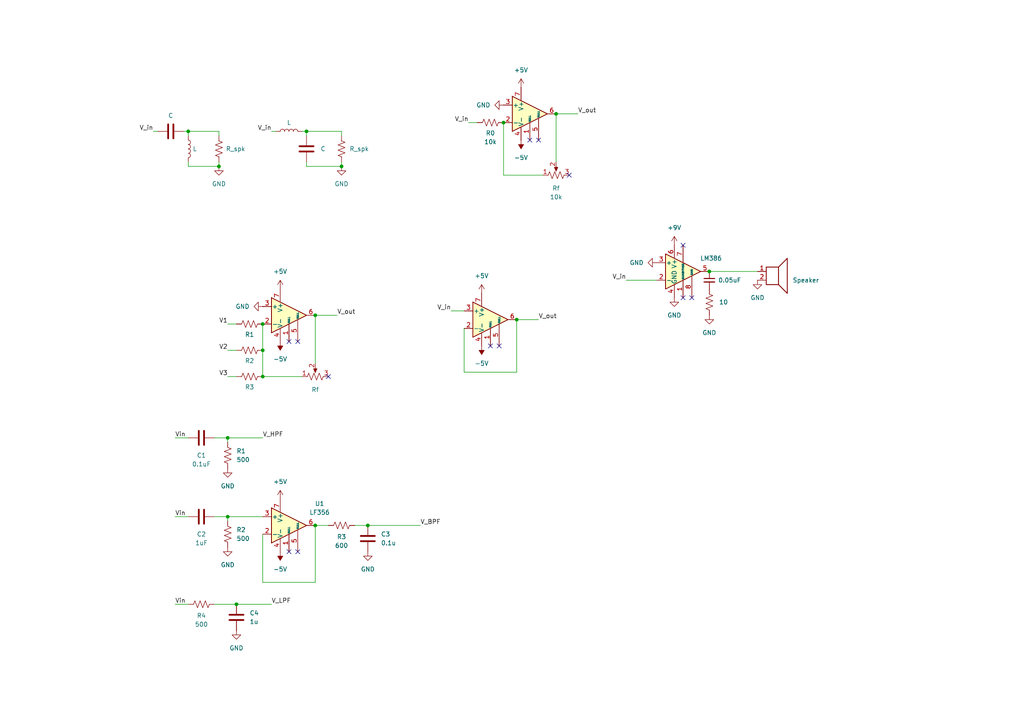
<source format=kicad_sch>
(kicad_sch
	(version 20250114)
	(generator "eeschema")
	(generator_version "9.0")
	(uuid "99fa58b7-be03-49ac-9a39-344b6f6ad74f")
	(paper "A4")
	(lib_symbols
		(symbol "Amplifier_Audio:LM386"
			(pin_names
				(offset 0.127)
			)
			(exclude_from_sim no)
			(in_bom yes)
			(on_board yes)
			(property "Reference" "U"
				(at 1.27 7.62 0)
				(effects
					(font
						(size 1.27 1.27)
					)
					(justify left)
				)
			)
			(property "Value" "LM386"
				(at 1.27 5.08 0)
				(effects
					(font
						(size 1.27 1.27)
					)
					(justify left)
				)
			)
			(property "Footprint" ""
				(at 2.54 2.54 0)
				(effects
					(font
						(size 1.27 1.27)
					)
					(hide yes)
				)
			)
			(property "Datasheet" "http://www.ti.com/lit/ds/symlink/lm386.pdf"
				(at 5.08 5.08 0)
				(effects
					(font
						(size 1.27 1.27)
					)
					(hide yes)
				)
			)
			(property "Description" "Low Voltage Audio Power Amplifier, DIP-8/SOIC-8/SSOP-8"
				(at 0 0 0)
				(effects
					(font
						(size 1.27 1.27)
					)
					(hide yes)
				)
			)
			(property "ki_keywords" "single Power opamp"
				(at 0 0 0)
				(effects
					(font
						(size 1.27 1.27)
					)
					(hide yes)
				)
			)
			(property "ki_fp_filters" "SOIC*3.9x4.9mm*P1.27mm* DIP*W7.62mm* MSSOP*P0.65mm* TSSOP*3x3mm*P0.5mm*"
				(at 0 0 0)
				(effects
					(font
						(size 1.27 1.27)
					)
					(hide yes)
				)
			)
			(symbol "LM386_0_1"
				(polyline
					(pts
						(xy 5.08 0) (xy -5.08 5.08) (xy -5.08 -5.08) (xy 5.08 0)
					)
					(stroke
						(width 0.254)
						(type default)
					)
					(fill
						(type background)
					)
				)
			)
			(symbol "LM386_1_1"
				(pin input line
					(at -7.62 2.54 0)
					(length 2.54)
					(name "+"
						(effects
							(font
								(size 1.27 1.27)
							)
						)
					)
					(number "3"
						(effects
							(font
								(size 1.27 1.27)
							)
						)
					)
				)
				(pin input line
					(at -7.62 -2.54 0)
					(length 2.54)
					(name "-"
						(effects
							(font
								(size 1.27 1.27)
							)
						)
					)
					(number "2"
						(effects
							(font
								(size 1.27 1.27)
							)
						)
					)
				)
				(pin power_in line
					(at -2.54 7.62 270)
					(length 3.81)
					(name "V+"
						(effects
							(font
								(size 1.27 1.27)
							)
						)
					)
					(number "6"
						(effects
							(font
								(size 1.27 1.27)
							)
						)
					)
				)
				(pin power_in line
					(at -2.54 -7.62 90)
					(length 3.81)
					(name "GND"
						(effects
							(font
								(size 1.27 1.27)
							)
						)
					)
					(number "4"
						(effects
							(font
								(size 1.27 1.27)
							)
						)
					)
				)
				(pin input line
					(at 0 7.62 270)
					(length 5.08)
					(name "BYPASS"
						(effects
							(font
								(size 0.508 0.508)
							)
						)
					)
					(number "7"
						(effects
							(font
								(size 1.27 1.27)
							)
						)
					)
				)
				(pin input line
					(at 0 -7.62 90)
					(length 5.08)
					(name "GAIN"
						(effects
							(font
								(size 0.508 0.508)
							)
						)
					)
					(number "1"
						(effects
							(font
								(size 1.27 1.27)
							)
						)
					)
				)
				(pin input line
					(at 2.54 -7.62 90)
					(length 6.35)
					(name "GAIN"
						(effects
							(font
								(size 0.508 0.508)
							)
						)
					)
					(number "8"
						(effects
							(font
								(size 1.27 1.27)
							)
						)
					)
				)
				(pin output line
					(at 7.62 0 180)
					(length 2.54)
					(name "~"
						(effects
							(font
								(size 1.27 1.27)
							)
						)
					)
					(number "5"
						(effects
							(font
								(size 1.27 1.27)
							)
						)
					)
				)
			)
			(embedded_fonts no)
		)
		(symbol "Amplifier_Operational:LF356"
			(pin_names
				(offset 0.127)
			)
			(exclude_from_sim no)
			(in_bom yes)
			(on_board yes)
			(property "Reference" "U"
				(at 0 6.35 0)
				(effects
					(font
						(size 1.27 1.27)
					)
					(justify left)
				)
			)
			(property "Value" "LF356"
				(at 0 3.81 0)
				(effects
					(font
						(size 1.27 1.27)
					)
					(justify left)
				)
			)
			(property "Footprint" ""
				(at 1.27 1.27 0)
				(effects
					(font
						(size 1.27 1.27)
					)
					(hide yes)
				)
			)
			(property "Datasheet" "http://www.ti.com/lit/ds/symlink/lf357.pdf"
				(at 3.81 3.81 0)
				(effects
					(font
						(size 1.27 1.27)
					)
					(hide yes)
				)
			)
			(property "Description" "Single JFET Input Operational Amplifiers, DIP-8/SOIC-8"
				(at 0 0 0)
				(effects
					(font
						(size 1.27 1.27)
					)
					(hide yes)
				)
			)
			(property "ki_keywords" "single jfet opamp"
				(at 0 0 0)
				(effects
					(font
						(size 1.27 1.27)
					)
					(hide yes)
				)
			)
			(property "ki_fp_filters" "SOIC*3.9x4.9mm*P1.27mm* DIP*W7.62mm* TSSOP*3x3mm*P0.65mm*"
				(at 0 0 0)
				(effects
					(font
						(size 1.27 1.27)
					)
					(hide yes)
				)
			)
			(symbol "LF356_0_1"
				(polyline
					(pts
						(xy -5.08 5.08) (xy 5.08 0) (xy -5.08 -5.08) (xy -5.08 5.08)
					)
					(stroke
						(width 0.254)
						(type default)
					)
					(fill
						(type background)
					)
				)
			)
			(symbol "LF356_1_1"
				(pin input line
					(at -7.62 2.54 0)
					(length 2.54)
					(name "+"
						(effects
							(font
								(size 1.27 1.27)
							)
						)
					)
					(number "3"
						(effects
							(font
								(size 1.27 1.27)
							)
						)
					)
				)
				(pin input line
					(at -7.62 -2.54 0)
					(length 2.54)
					(name "-"
						(effects
							(font
								(size 1.27 1.27)
							)
						)
					)
					(number "2"
						(effects
							(font
								(size 1.27 1.27)
							)
						)
					)
				)
				(pin power_in line
					(at -2.54 7.62 270)
					(length 3.81)
					(name "V+"
						(effects
							(font
								(size 1.27 1.27)
							)
						)
					)
					(number "7"
						(effects
							(font
								(size 1.27 1.27)
							)
						)
					)
				)
				(pin power_in line
					(at -2.54 -7.62 90)
					(length 3.81)
					(name "V-"
						(effects
							(font
								(size 1.27 1.27)
							)
						)
					)
					(number "4"
						(effects
							(font
								(size 1.27 1.27)
							)
						)
					)
				)
				(pin no_connect line
					(at 0 2.54 270)
					(length 2.54)
					(hide yes)
					(name "NC"
						(effects
							(font
								(size 1.27 1.27)
							)
						)
					)
					(number "8"
						(effects
							(font
								(size 1.27 1.27)
							)
						)
					)
				)
				(pin input line
					(at 0 -7.62 90)
					(length 5.08)
					(name "NULL"
						(effects
							(font
								(size 0.508 0.508)
							)
						)
					)
					(number "1"
						(effects
							(font
								(size 1.27 1.27)
							)
						)
					)
				)
				(pin input line
					(at 2.54 -7.62 90)
					(length 6.35)
					(name "NULL"
						(effects
							(font
								(size 0.508 0.508)
							)
						)
					)
					(number "5"
						(effects
							(font
								(size 1.27 1.27)
							)
						)
					)
				)
				(pin output line
					(at 7.62 0 180)
					(length 2.54)
					(name "~"
						(effects
							(font
								(size 1.27 1.27)
							)
						)
					)
					(number "6"
						(effects
							(font
								(size 1.27 1.27)
							)
						)
					)
				)
			)
			(embedded_fonts no)
		)
		(symbol "Device:C"
			(pin_numbers
				(hide yes)
			)
			(pin_names
				(offset 0.254)
			)
			(exclude_from_sim no)
			(in_bom yes)
			(on_board yes)
			(property "Reference" "C"
				(at 0.635 2.54 0)
				(effects
					(font
						(size 1.27 1.27)
					)
					(justify left)
				)
			)
			(property "Value" "C"
				(at 0.635 -2.54 0)
				(effects
					(font
						(size 1.27 1.27)
					)
					(justify left)
				)
			)
			(property "Footprint" ""
				(at 0.9652 -3.81 0)
				(effects
					(font
						(size 1.27 1.27)
					)
					(hide yes)
				)
			)
			(property "Datasheet" "~"
				(at 0 0 0)
				(effects
					(font
						(size 1.27 1.27)
					)
					(hide yes)
				)
			)
			(property "Description" "Unpolarized capacitor"
				(at 0 0 0)
				(effects
					(font
						(size 1.27 1.27)
					)
					(hide yes)
				)
			)
			(property "ki_keywords" "cap capacitor"
				(at 0 0 0)
				(effects
					(font
						(size 1.27 1.27)
					)
					(hide yes)
				)
			)
			(property "ki_fp_filters" "C_*"
				(at 0 0 0)
				(effects
					(font
						(size 1.27 1.27)
					)
					(hide yes)
				)
			)
			(symbol "C_0_1"
				(polyline
					(pts
						(xy -2.032 0.762) (xy 2.032 0.762)
					)
					(stroke
						(width 0.508)
						(type default)
					)
					(fill
						(type none)
					)
				)
				(polyline
					(pts
						(xy -2.032 -0.762) (xy 2.032 -0.762)
					)
					(stroke
						(width 0.508)
						(type default)
					)
					(fill
						(type none)
					)
				)
			)
			(symbol "C_1_1"
				(pin passive line
					(at 0 3.81 270)
					(length 2.794)
					(name "~"
						(effects
							(font
								(size 1.27 1.27)
							)
						)
					)
					(number "1"
						(effects
							(font
								(size 1.27 1.27)
							)
						)
					)
				)
				(pin passive line
					(at 0 -3.81 90)
					(length 2.794)
					(name "~"
						(effects
							(font
								(size 1.27 1.27)
							)
						)
					)
					(number "2"
						(effects
							(font
								(size 1.27 1.27)
							)
						)
					)
				)
			)
			(embedded_fonts no)
		)
		(symbol "Device:C_Small"
			(pin_numbers
				(hide yes)
			)
			(pin_names
				(offset 0.254)
				(hide yes)
			)
			(exclude_from_sim no)
			(in_bom yes)
			(on_board yes)
			(property "Reference" "C"
				(at 0.254 1.778 0)
				(effects
					(font
						(size 1.27 1.27)
					)
					(justify left)
				)
			)
			(property "Value" "C_Small"
				(at 0.254 -2.032 0)
				(effects
					(font
						(size 1.27 1.27)
					)
					(justify left)
				)
			)
			(property "Footprint" ""
				(at 0 0 0)
				(effects
					(font
						(size 1.27 1.27)
					)
					(hide yes)
				)
			)
			(property "Datasheet" "~"
				(at 0 0 0)
				(effects
					(font
						(size 1.27 1.27)
					)
					(hide yes)
				)
			)
			(property "Description" "Unpolarized capacitor, small symbol"
				(at 0 0 0)
				(effects
					(font
						(size 1.27 1.27)
					)
					(hide yes)
				)
			)
			(property "ki_keywords" "capacitor cap"
				(at 0 0 0)
				(effects
					(font
						(size 1.27 1.27)
					)
					(hide yes)
				)
			)
			(property "ki_fp_filters" "C_*"
				(at 0 0 0)
				(effects
					(font
						(size 1.27 1.27)
					)
					(hide yes)
				)
			)
			(symbol "C_Small_0_1"
				(polyline
					(pts
						(xy -1.524 0.508) (xy 1.524 0.508)
					)
					(stroke
						(width 0.3048)
						(type default)
					)
					(fill
						(type none)
					)
				)
				(polyline
					(pts
						(xy -1.524 -0.508) (xy 1.524 -0.508)
					)
					(stroke
						(width 0.3302)
						(type default)
					)
					(fill
						(type none)
					)
				)
			)
			(symbol "C_Small_1_1"
				(pin passive line
					(at 0 2.54 270)
					(length 2.032)
					(name "~"
						(effects
							(font
								(size 1.27 1.27)
							)
						)
					)
					(number "1"
						(effects
							(font
								(size 1.27 1.27)
							)
						)
					)
				)
				(pin passive line
					(at 0 -2.54 90)
					(length 2.032)
					(name "~"
						(effects
							(font
								(size 1.27 1.27)
							)
						)
					)
					(number "2"
						(effects
							(font
								(size 1.27 1.27)
							)
						)
					)
				)
			)
			(embedded_fonts no)
		)
		(symbol "Device:L"
			(pin_numbers
				(hide yes)
			)
			(pin_names
				(offset 1.016)
				(hide yes)
			)
			(exclude_from_sim no)
			(in_bom yes)
			(on_board yes)
			(property "Reference" "L"
				(at -1.27 0 90)
				(effects
					(font
						(size 1.27 1.27)
					)
				)
			)
			(property "Value" "L"
				(at 1.905 0 90)
				(effects
					(font
						(size 1.27 1.27)
					)
				)
			)
			(property "Footprint" ""
				(at 0 0 0)
				(effects
					(font
						(size 1.27 1.27)
					)
					(hide yes)
				)
			)
			(property "Datasheet" "~"
				(at 0 0 0)
				(effects
					(font
						(size 1.27 1.27)
					)
					(hide yes)
				)
			)
			(property "Description" "Inductor"
				(at 0 0 0)
				(effects
					(font
						(size 1.27 1.27)
					)
					(hide yes)
				)
			)
			(property "ki_keywords" "inductor choke coil reactor magnetic"
				(at 0 0 0)
				(effects
					(font
						(size 1.27 1.27)
					)
					(hide yes)
				)
			)
			(property "ki_fp_filters" "Choke_* *Coil* Inductor_* L_*"
				(at 0 0 0)
				(effects
					(font
						(size 1.27 1.27)
					)
					(hide yes)
				)
			)
			(symbol "L_0_1"
				(arc
					(start 0 2.54)
					(mid 0.6323 1.905)
					(end 0 1.27)
					(stroke
						(width 0)
						(type default)
					)
					(fill
						(type none)
					)
				)
				(arc
					(start 0 1.27)
					(mid 0.6323 0.635)
					(end 0 0)
					(stroke
						(width 0)
						(type default)
					)
					(fill
						(type none)
					)
				)
				(arc
					(start 0 0)
					(mid 0.6323 -0.635)
					(end 0 -1.27)
					(stroke
						(width 0)
						(type default)
					)
					(fill
						(type none)
					)
				)
				(arc
					(start 0 -1.27)
					(mid 0.6323 -1.905)
					(end 0 -2.54)
					(stroke
						(width 0)
						(type default)
					)
					(fill
						(type none)
					)
				)
			)
			(symbol "L_1_1"
				(pin passive line
					(at 0 3.81 270)
					(length 1.27)
					(name "1"
						(effects
							(font
								(size 1.27 1.27)
							)
						)
					)
					(number "1"
						(effects
							(font
								(size 1.27 1.27)
							)
						)
					)
				)
				(pin passive line
					(at 0 -3.81 90)
					(length 1.27)
					(name "2"
						(effects
							(font
								(size 1.27 1.27)
							)
						)
					)
					(number "2"
						(effects
							(font
								(size 1.27 1.27)
							)
						)
					)
				)
			)
			(embedded_fonts no)
		)
		(symbol "Device:R_Potentiometer_US"
			(pin_names
				(offset 1.016)
				(hide yes)
			)
			(exclude_from_sim no)
			(in_bom yes)
			(on_board yes)
			(property "Reference" "RV"
				(at -4.445 0 90)
				(effects
					(font
						(size 1.27 1.27)
					)
				)
			)
			(property "Value" "R_Potentiometer_US"
				(at -2.54 0 90)
				(effects
					(font
						(size 1.27 1.27)
					)
				)
			)
			(property "Footprint" ""
				(at 0 0 0)
				(effects
					(font
						(size 1.27 1.27)
					)
					(hide yes)
				)
			)
			(property "Datasheet" "~"
				(at 0 0 0)
				(effects
					(font
						(size 1.27 1.27)
					)
					(hide yes)
				)
			)
			(property "Description" "Potentiometer, US symbol"
				(at 0 0 0)
				(effects
					(font
						(size 1.27 1.27)
					)
					(hide yes)
				)
			)
			(property "ki_keywords" "resistor variable"
				(at 0 0 0)
				(effects
					(font
						(size 1.27 1.27)
					)
					(hide yes)
				)
			)
			(property "ki_fp_filters" "Potentiometer*"
				(at 0 0 0)
				(effects
					(font
						(size 1.27 1.27)
					)
					(hide yes)
				)
			)
			(symbol "R_Potentiometer_US_0_1"
				(polyline
					(pts
						(xy 0 2.54) (xy 0 2.286)
					)
					(stroke
						(width 0)
						(type default)
					)
					(fill
						(type none)
					)
				)
				(polyline
					(pts
						(xy 0 2.286) (xy 1.016 1.905) (xy 0 1.524) (xy -1.016 1.143) (xy 0 0.762)
					)
					(stroke
						(width 0)
						(type default)
					)
					(fill
						(type none)
					)
				)
				(polyline
					(pts
						(xy 0 0.762) (xy 1.016 0.381) (xy 0 0) (xy -1.016 -0.381) (xy 0 -0.762)
					)
					(stroke
						(width 0)
						(type default)
					)
					(fill
						(type none)
					)
				)
				(polyline
					(pts
						(xy 0 -0.762) (xy 1.016 -1.143) (xy 0 -1.524) (xy -1.016 -1.905) (xy 0 -2.286)
					)
					(stroke
						(width 0)
						(type default)
					)
					(fill
						(type none)
					)
				)
				(polyline
					(pts
						(xy 0 -2.286) (xy 0 -2.54)
					)
					(stroke
						(width 0)
						(type default)
					)
					(fill
						(type none)
					)
				)
				(polyline
					(pts
						(xy 1.143 0) (xy 2.286 0.508) (xy 2.286 -0.508) (xy 1.143 0)
					)
					(stroke
						(width 0)
						(type default)
					)
					(fill
						(type outline)
					)
				)
				(polyline
					(pts
						(xy 2.54 0) (xy 1.524 0)
					)
					(stroke
						(width 0)
						(type default)
					)
					(fill
						(type none)
					)
				)
			)
			(symbol "R_Potentiometer_US_1_1"
				(pin passive line
					(at 0 3.81 270)
					(length 1.27)
					(name "1"
						(effects
							(font
								(size 1.27 1.27)
							)
						)
					)
					(number "1"
						(effects
							(font
								(size 1.27 1.27)
							)
						)
					)
				)
				(pin passive line
					(at 0 -3.81 90)
					(length 1.27)
					(name "3"
						(effects
							(font
								(size 1.27 1.27)
							)
						)
					)
					(number "3"
						(effects
							(font
								(size 1.27 1.27)
							)
						)
					)
				)
				(pin passive line
					(at 3.81 0 180)
					(length 1.27)
					(name "2"
						(effects
							(font
								(size 1.27 1.27)
							)
						)
					)
					(number "2"
						(effects
							(font
								(size 1.27 1.27)
							)
						)
					)
				)
			)
			(embedded_fonts no)
		)
		(symbol "Device:R_US"
			(pin_numbers
				(hide yes)
			)
			(pin_names
				(offset 0)
			)
			(exclude_from_sim no)
			(in_bom yes)
			(on_board yes)
			(property "Reference" "R"
				(at 2.54 0 90)
				(effects
					(font
						(size 1.27 1.27)
					)
				)
			)
			(property "Value" "R_US"
				(at -2.54 0 90)
				(effects
					(font
						(size 1.27 1.27)
					)
				)
			)
			(property "Footprint" ""
				(at 1.016 -0.254 90)
				(effects
					(font
						(size 1.27 1.27)
					)
					(hide yes)
				)
			)
			(property "Datasheet" "~"
				(at 0 0 0)
				(effects
					(font
						(size 1.27 1.27)
					)
					(hide yes)
				)
			)
			(property "Description" "Resistor, US symbol"
				(at 0 0 0)
				(effects
					(font
						(size 1.27 1.27)
					)
					(hide yes)
				)
			)
			(property "ki_keywords" "R res resistor"
				(at 0 0 0)
				(effects
					(font
						(size 1.27 1.27)
					)
					(hide yes)
				)
			)
			(property "ki_fp_filters" "R_*"
				(at 0 0 0)
				(effects
					(font
						(size 1.27 1.27)
					)
					(hide yes)
				)
			)
			(symbol "R_US_0_1"
				(polyline
					(pts
						(xy 0 2.286) (xy 0 2.54)
					)
					(stroke
						(width 0)
						(type default)
					)
					(fill
						(type none)
					)
				)
				(polyline
					(pts
						(xy 0 2.286) (xy 1.016 1.905) (xy 0 1.524) (xy -1.016 1.143) (xy 0 0.762)
					)
					(stroke
						(width 0)
						(type default)
					)
					(fill
						(type none)
					)
				)
				(polyline
					(pts
						(xy 0 0.762) (xy 1.016 0.381) (xy 0 0) (xy -1.016 -0.381) (xy 0 -0.762)
					)
					(stroke
						(width 0)
						(type default)
					)
					(fill
						(type none)
					)
				)
				(polyline
					(pts
						(xy 0 -0.762) (xy 1.016 -1.143) (xy 0 -1.524) (xy -1.016 -1.905) (xy 0 -2.286)
					)
					(stroke
						(width 0)
						(type default)
					)
					(fill
						(type none)
					)
				)
				(polyline
					(pts
						(xy 0 -2.286) (xy 0 -2.54)
					)
					(stroke
						(width 0)
						(type default)
					)
					(fill
						(type none)
					)
				)
			)
			(symbol "R_US_1_1"
				(pin passive line
					(at 0 3.81 270)
					(length 1.27)
					(name "~"
						(effects
							(font
								(size 1.27 1.27)
							)
						)
					)
					(number "1"
						(effects
							(font
								(size 1.27 1.27)
							)
						)
					)
				)
				(pin passive line
					(at 0 -3.81 90)
					(length 1.27)
					(name "~"
						(effects
							(font
								(size 1.27 1.27)
							)
						)
					)
					(number "2"
						(effects
							(font
								(size 1.27 1.27)
							)
						)
					)
				)
			)
			(embedded_fonts no)
		)
		(symbol "Device:Speaker"
			(pin_names
				(offset 0)
				(hide yes)
			)
			(exclude_from_sim no)
			(in_bom yes)
			(on_board yes)
			(property "Reference" "LS"
				(at 1.27 5.715 0)
				(effects
					(font
						(size 1.27 1.27)
					)
					(justify right)
				)
			)
			(property "Value" "Speaker"
				(at 1.27 3.81 0)
				(effects
					(font
						(size 1.27 1.27)
					)
					(justify right)
				)
			)
			(property "Footprint" ""
				(at 0 -5.08 0)
				(effects
					(font
						(size 1.27 1.27)
					)
					(hide yes)
				)
			)
			(property "Datasheet" "~"
				(at -0.254 -1.27 0)
				(effects
					(font
						(size 1.27 1.27)
					)
					(hide yes)
				)
			)
			(property "Description" "Speaker"
				(at 0 0 0)
				(effects
					(font
						(size 1.27 1.27)
					)
					(hide yes)
				)
			)
			(property "ki_keywords" "speaker sound"
				(at 0 0 0)
				(effects
					(font
						(size 1.27 1.27)
					)
					(hide yes)
				)
			)
			(symbol "Speaker_0_0"
				(rectangle
					(start -2.54 1.27)
					(end 1.016 -3.81)
					(stroke
						(width 0.254)
						(type default)
					)
					(fill
						(type none)
					)
				)
				(polyline
					(pts
						(xy 1.016 1.27) (xy 3.556 3.81) (xy 3.556 -6.35) (xy 1.016 -3.81)
					)
					(stroke
						(width 0.254)
						(type default)
					)
					(fill
						(type none)
					)
				)
			)
			(symbol "Speaker_1_1"
				(pin input line
					(at -5.08 0 0)
					(length 2.54)
					(name "1"
						(effects
							(font
								(size 1.27 1.27)
							)
						)
					)
					(number "1"
						(effects
							(font
								(size 1.27 1.27)
							)
						)
					)
				)
				(pin input line
					(at -5.08 -2.54 0)
					(length 2.54)
					(name "2"
						(effects
							(font
								(size 1.27 1.27)
							)
						)
					)
					(number "2"
						(effects
							(font
								(size 1.27 1.27)
							)
						)
					)
				)
			)
			(embedded_fonts no)
		)
		(symbol "power:+5V"
			(power)
			(pin_numbers
				(hide yes)
			)
			(pin_names
				(offset 0)
				(hide yes)
			)
			(exclude_from_sim no)
			(in_bom yes)
			(on_board yes)
			(property "Reference" "#PWR"
				(at 0 -3.81 0)
				(effects
					(font
						(size 1.27 1.27)
					)
					(hide yes)
				)
			)
			(property "Value" "+5V"
				(at 0 3.556 0)
				(effects
					(font
						(size 1.27 1.27)
					)
				)
			)
			(property "Footprint" ""
				(at 0 0 0)
				(effects
					(font
						(size 1.27 1.27)
					)
					(hide yes)
				)
			)
			(property "Datasheet" ""
				(at 0 0 0)
				(effects
					(font
						(size 1.27 1.27)
					)
					(hide yes)
				)
			)
			(property "Description" "Power symbol creates a global label with name \"+5V\""
				(at 0 0 0)
				(effects
					(font
						(size 1.27 1.27)
					)
					(hide yes)
				)
			)
			(property "ki_keywords" "global power"
				(at 0 0 0)
				(effects
					(font
						(size 1.27 1.27)
					)
					(hide yes)
				)
			)
			(symbol "+5V_0_1"
				(polyline
					(pts
						(xy -0.762 1.27) (xy 0 2.54)
					)
					(stroke
						(width 0)
						(type default)
					)
					(fill
						(type none)
					)
				)
				(polyline
					(pts
						(xy 0 2.54) (xy 0.762 1.27)
					)
					(stroke
						(width 0)
						(type default)
					)
					(fill
						(type none)
					)
				)
				(polyline
					(pts
						(xy 0 0) (xy 0 2.54)
					)
					(stroke
						(width 0)
						(type default)
					)
					(fill
						(type none)
					)
				)
			)
			(symbol "+5V_1_1"
				(pin power_in line
					(at 0 0 90)
					(length 0)
					(name "~"
						(effects
							(font
								(size 1.27 1.27)
							)
						)
					)
					(number "1"
						(effects
							(font
								(size 1.27 1.27)
							)
						)
					)
				)
			)
			(embedded_fonts no)
		)
		(symbol "power:+9V"
			(power)
			(pin_numbers
				(hide yes)
			)
			(pin_names
				(offset 0)
				(hide yes)
			)
			(exclude_from_sim no)
			(in_bom yes)
			(on_board yes)
			(property "Reference" "#PWR"
				(at 0 -3.81 0)
				(effects
					(font
						(size 1.27 1.27)
					)
					(hide yes)
				)
			)
			(property "Value" "+9V"
				(at 0 3.556 0)
				(effects
					(font
						(size 1.27 1.27)
					)
				)
			)
			(property "Footprint" ""
				(at 0 0 0)
				(effects
					(font
						(size 1.27 1.27)
					)
					(hide yes)
				)
			)
			(property "Datasheet" ""
				(at 0 0 0)
				(effects
					(font
						(size 1.27 1.27)
					)
					(hide yes)
				)
			)
			(property "Description" "Power symbol creates a global label with name \"+9V\""
				(at 0 0 0)
				(effects
					(font
						(size 1.27 1.27)
					)
					(hide yes)
				)
			)
			(property "ki_keywords" "global power"
				(at 0 0 0)
				(effects
					(font
						(size 1.27 1.27)
					)
					(hide yes)
				)
			)
			(symbol "+9V_0_1"
				(polyline
					(pts
						(xy -0.762 1.27) (xy 0 2.54)
					)
					(stroke
						(width 0)
						(type default)
					)
					(fill
						(type none)
					)
				)
				(polyline
					(pts
						(xy 0 2.54) (xy 0.762 1.27)
					)
					(stroke
						(width 0)
						(type default)
					)
					(fill
						(type none)
					)
				)
				(polyline
					(pts
						(xy 0 0) (xy 0 2.54)
					)
					(stroke
						(width 0)
						(type default)
					)
					(fill
						(type none)
					)
				)
			)
			(symbol "+9V_1_1"
				(pin power_in line
					(at 0 0 90)
					(length 0)
					(name "~"
						(effects
							(font
								(size 1.27 1.27)
							)
						)
					)
					(number "1"
						(effects
							(font
								(size 1.27 1.27)
							)
						)
					)
				)
			)
			(embedded_fonts no)
		)
		(symbol "power:-5V"
			(power)
			(pin_numbers
				(hide yes)
			)
			(pin_names
				(offset 0)
				(hide yes)
			)
			(exclude_from_sim no)
			(in_bom yes)
			(on_board yes)
			(property "Reference" "#PWR"
				(at 0 -3.81 0)
				(effects
					(font
						(size 1.27 1.27)
					)
					(hide yes)
				)
			)
			(property "Value" "-5V"
				(at 0 3.556 0)
				(effects
					(font
						(size 1.27 1.27)
					)
				)
			)
			(property "Footprint" ""
				(at 0 0 0)
				(effects
					(font
						(size 1.27 1.27)
					)
					(hide yes)
				)
			)
			(property "Datasheet" ""
				(at 0 0 0)
				(effects
					(font
						(size 1.27 1.27)
					)
					(hide yes)
				)
			)
			(property "Description" "Power symbol creates a global label with name \"-5V\""
				(at 0 0 0)
				(effects
					(font
						(size 1.27 1.27)
					)
					(hide yes)
				)
			)
			(property "ki_keywords" "global power"
				(at 0 0 0)
				(effects
					(font
						(size 1.27 1.27)
					)
					(hide yes)
				)
			)
			(symbol "-5V_0_0"
				(pin power_in line
					(at 0 0 90)
					(length 0)
					(name "~"
						(effects
							(font
								(size 1.27 1.27)
							)
						)
					)
					(number "1"
						(effects
							(font
								(size 1.27 1.27)
							)
						)
					)
				)
			)
			(symbol "-5V_0_1"
				(polyline
					(pts
						(xy 0 0) (xy 0 1.27) (xy 0.762 1.27) (xy 0 2.54) (xy -0.762 1.27) (xy 0 1.27)
					)
					(stroke
						(width 0)
						(type default)
					)
					(fill
						(type outline)
					)
				)
			)
			(embedded_fonts no)
		)
		(symbol "power:GND"
			(power)
			(pin_numbers
				(hide yes)
			)
			(pin_names
				(offset 0)
				(hide yes)
			)
			(exclude_from_sim no)
			(in_bom yes)
			(on_board yes)
			(property "Reference" "#PWR"
				(at 0 -6.35 0)
				(effects
					(font
						(size 1.27 1.27)
					)
					(hide yes)
				)
			)
			(property "Value" "GND"
				(at 0 -3.81 0)
				(effects
					(font
						(size 1.27 1.27)
					)
				)
			)
			(property "Footprint" ""
				(at 0 0 0)
				(effects
					(font
						(size 1.27 1.27)
					)
					(hide yes)
				)
			)
			(property "Datasheet" ""
				(at 0 0 0)
				(effects
					(font
						(size 1.27 1.27)
					)
					(hide yes)
				)
			)
			(property "Description" "Power symbol creates a global label with name \"GND\" , ground"
				(at 0 0 0)
				(effects
					(font
						(size 1.27 1.27)
					)
					(hide yes)
				)
			)
			(property "ki_keywords" "global power"
				(at 0 0 0)
				(effects
					(font
						(size 1.27 1.27)
					)
					(hide yes)
				)
			)
			(symbol "GND_0_1"
				(polyline
					(pts
						(xy 0 0) (xy 0 -1.27) (xy 1.27 -1.27) (xy 0 -2.54) (xy -1.27 -1.27) (xy 0 -1.27)
					)
					(stroke
						(width 0)
						(type default)
					)
					(fill
						(type none)
					)
				)
			)
			(symbol "GND_1_1"
				(pin power_in line
					(at 0 0 270)
					(length 0)
					(name "~"
						(effects
							(font
								(size 1.27 1.27)
							)
						)
					)
					(number "1"
						(effects
							(font
								(size 1.27 1.27)
							)
						)
					)
				)
			)
			(embedded_fonts no)
		)
	)
	(junction
		(at 106.68 152.4)
		(diameter 0)
		(color 0 0 0 0)
		(uuid "292cad54-6723-4b1e-9dca-5574772918c5")
	)
	(junction
		(at 66.04 149.86)
		(diameter 0)
		(color 0 0 0 0)
		(uuid "343a6664-091a-43a0-a03c-85d61d1ecaa8")
	)
	(junction
		(at 149.86 92.71)
		(diameter 0)
		(color 0 0 0 0)
		(uuid "34d21566-157a-47af-8d4c-bdd4d64f0ce0")
	)
	(junction
		(at 68.58 175.26)
		(diameter 0)
		(color 0 0 0 0)
		(uuid "415e58d5-0ac3-40ef-bcf3-b33d1daca85e")
	)
	(junction
		(at 91.44 91.44)
		(diameter 0)
		(color 0 0 0 0)
		(uuid "4de1d74e-9a95-48c8-bcea-36c7d831509e")
	)
	(junction
		(at 161.29 33.02)
		(diameter 0)
		(color 0 0 0 0)
		(uuid "51140b70-012c-4c9f-82d3-5681430efe7e")
	)
	(junction
		(at 76.2 109.22)
		(diameter 0)
		(color 0 0 0 0)
		(uuid "6608262a-c258-4703-b93a-07fca04494ff")
	)
	(junction
		(at 88.9 38.1)
		(diameter 0)
		(color 0 0 0 0)
		(uuid "7c2a4c58-40d7-485c-a815-2c09cb315610")
	)
	(junction
		(at 205.74 78.74)
		(diameter 0)
		(color 0 0 0 0)
		(uuid "98a78543-b734-486b-8673-b19a926ca5c2")
	)
	(junction
		(at 54.61 38.1)
		(diameter 0)
		(color 0 0 0 0)
		(uuid "9af2a9a1-05b0-47d8-9195-157f5c9cca22")
	)
	(junction
		(at 146.05 35.56)
		(diameter 0)
		(color 0 0 0 0)
		(uuid "b670fe1e-cc91-4705-a895-7ecc323c101c")
	)
	(junction
		(at 99.06 48.26)
		(diameter 0)
		(color 0 0 0 0)
		(uuid "b6d66dde-ba55-473d-8d09-5771073314a1")
	)
	(junction
		(at 91.44 152.4)
		(diameter 0)
		(color 0 0 0 0)
		(uuid "b8223c4e-5c2d-439a-9063-80ec9af3b787")
	)
	(junction
		(at 76.2 93.98)
		(diameter 0)
		(color 0 0 0 0)
		(uuid "cabad7e1-5f80-4056-b06a-74644ee5aea9")
	)
	(junction
		(at 63.5 48.26)
		(diameter 0)
		(color 0 0 0 0)
		(uuid "e0fdc18f-41d3-4e55-8542-6cbadf7cd8aa")
	)
	(junction
		(at 66.04 127)
		(diameter 0)
		(color 0 0 0 0)
		(uuid "e44a199b-59f1-4d4c-a22c-a81b5dc64329")
	)
	(junction
		(at 76.2 101.6)
		(diameter 0)
		(color 0 0 0 0)
		(uuid "f7db06ab-9306-4140-a127-976f5e401645")
	)
	(no_connect
		(at 86.36 160.02)
		(uuid "02c95894-c5e3-4af2-b7e0-7b4cbf474c1b")
	)
	(no_connect
		(at 83.82 160.02)
		(uuid "09e12de3-5f98-47c6-8618-9b53a1ce5254")
	)
	(no_connect
		(at 95.25 109.22)
		(uuid "2f7f9035-0f65-4c75-9682-eafe1647298d")
	)
	(no_connect
		(at 142.24 100.33)
		(uuid "349c2291-f6d6-4dab-845b-e959336fa617")
	)
	(no_connect
		(at 153.67 40.64)
		(uuid "3c138933-77be-42fd-bc6f-2324504ba3af")
	)
	(no_connect
		(at 165.1 50.8)
		(uuid "53ec4619-e641-42e8-9417-8d4b0d1fa6d3")
	)
	(no_connect
		(at 144.78 100.33)
		(uuid "56ba758a-7dd6-4287-9d24-05b08e8f0e91")
	)
	(no_connect
		(at 83.82 99.06)
		(uuid "64fa4647-1cb5-4d9c-999b-0102ebf65f5e")
	)
	(no_connect
		(at 198.12 71.12)
		(uuid "b43add7f-b55b-4efb-808c-ab91f5a2a740")
	)
	(no_connect
		(at 198.12 86.36)
		(uuid "c45f53b1-5638-47f9-b0e7-59526ba115dc")
	)
	(no_connect
		(at 156.21 40.64)
		(uuid "cf2c6a9d-e749-4375-b7c9-12111f894ca4")
	)
	(no_connect
		(at 200.66 86.36)
		(uuid "d54d0e22-ebab-41ab-8681-c29231f99da1")
	)
	(no_connect
		(at 86.36 99.06)
		(uuid "e0ed129b-ffa3-4c1e-aae1-73ec87b62c32")
	)
	(wire
		(pts
			(xy 63.5 38.1) (xy 63.5 39.37)
		)
		(stroke
			(width 0)
			(type default)
		)
		(uuid "05325e81-6ea7-41c7-9f72-42784da19879")
	)
	(wire
		(pts
			(xy 66.04 128.27) (xy 66.04 127)
		)
		(stroke
			(width 0)
			(type default)
		)
		(uuid "0a5c9bc7-3fd6-44b0-a6db-5cf7ff40c32b")
	)
	(wire
		(pts
			(xy 102.87 152.4) (xy 106.68 152.4)
		)
		(stroke
			(width 0)
			(type default)
		)
		(uuid "1682b3a2-c924-4e6f-b5a1-215ff6aaba8f")
	)
	(wire
		(pts
			(xy 76.2 101.6) (xy 76.2 109.22)
		)
		(stroke
			(width 0)
			(type default)
		)
		(uuid "18d43a53-a065-49ba-94f0-0319405535fa")
	)
	(wire
		(pts
			(xy 95.25 152.4) (xy 91.44 152.4)
		)
		(stroke
			(width 0)
			(type default)
		)
		(uuid "2a3559da-f165-44ed-8821-a6945c3e7072")
	)
	(wire
		(pts
			(xy 53.34 38.1) (xy 54.61 38.1)
		)
		(stroke
			(width 0)
			(type default)
		)
		(uuid "31e83291-74ed-47e4-b61a-8ecce7cd0906")
	)
	(wire
		(pts
			(xy 62.23 175.26) (xy 68.58 175.26)
		)
		(stroke
			(width 0)
			(type default)
		)
		(uuid "3c224cc9-7633-4605-bf41-deec08e4b420")
	)
	(wire
		(pts
			(xy 88.9 48.26) (xy 99.06 48.26)
		)
		(stroke
			(width 0)
			(type default)
		)
		(uuid "3fa93212-b87b-4eb4-9267-67b4939af4ad")
	)
	(wire
		(pts
			(xy 134.62 107.95) (xy 134.62 95.25)
		)
		(stroke
			(width 0)
			(type default)
		)
		(uuid "44c23f43-6a5e-4077-965f-d817b9bbe4e5")
	)
	(wire
		(pts
			(xy 78.74 38.1) (xy 80.01 38.1)
		)
		(stroke
			(width 0)
			(type default)
		)
		(uuid "4bad942a-6490-4b87-aa6c-677b13365b03")
	)
	(wire
		(pts
			(xy 205.74 78.74) (xy 219.71 78.74)
		)
		(stroke
			(width 0)
			(type default)
		)
		(uuid "4e3d80f8-53a9-436c-bb8e-d00b56eeb779")
	)
	(wire
		(pts
			(xy 87.63 109.22) (xy 76.2 109.22)
		)
		(stroke
			(width 0)
			(type default)
		)
		(uuid "4f04d19f-4bd6-467b-a3ca-301ccff4ae39")
	)
	(wire
		(pts
			(xy 91.44 152.4) (xy 91.44 168.91)
		)
		(stroke
			(width 0)
			(type default)
		)
		(uuid "52a7e6aa-0c14-4d46-8674-141685618b8b")
	)
	(wire
		(pts
			(xy 88.9 46.99) (xy 88.9 48.26)
		)
		(stroke
			(width 0)
			(type default)
		)
		(uuid "561259bd-6ecb-4bea-8fbb-9c0fbf5c3953")
	)
	(wire
		(pts
			(xy 149.86 92.71) (xy 156.21 92.71)
		)
		(stroke
			(width 0)
			(type default)
		)
		(uuid "585800a6-e2aa-4058-8fd4-1a4058dd7737")
	)
	(wire
		(pts
			(xy 50.8 149.86) (xy 54.61 149.86)
		)
		(stroke
			(width 0)
			(type default)
		)
		(uuid "58ca50f3-e04b-4ffc-9724-73fd465e1d02")
	)
	(wire
		(pts
			(xy 66.04 149.86) (xy 76.2 149.86)
		)
		(stroke
			(width 0)
			(type default)
		)
		(uuid "5a8c4144-a59f-4e07-ba79-192f302add33")
	)
	(wire
		(pts
			(xy 135.89 35.56) (xy 138.43 35.56)
		)
		(stroke
			(width 0)
			(type default)
		)
		(uuid "60b26dc1-1ef2-4041-aa7d-89cdd794d34b")
	)
	(wire
		(pts
			(xy 63.5 46.99) (xy 63.5 48.26)
		)
		(stroke
			(width 0)
			(type default)
		)
		(uuid "6369e0f7-9413-478a-9277-946eda515116")
	)
	(wire
		(pts
			(xy 54.61 46.99) (xy 54.61 48.26)
		)
		(stroke
			(width 0)
			(type default)
		)
		(uuid "6d0373f3-69d4-4711-9e88-3df18300e619")
	)
	(wire
		(pts
			(xy 62.23 127) (xy 66.04 127)
		)
		(stroke
			(width 0)
			(type default)
		)
		(uuid "71237ceb-91ce-42a5-8401-249a004f9dfc")
	)
	(wire
		(pts
			(xy 54.61 38.1) (xy 63.5 38.1)
		)
		(stroke
			(width 0)
			(type default)
		)
		(uuid "73206339-72e8-433f-994f-b59ab722d2e9")
	)
	(wire
		(pts
			(xy 130.81 90.17) (xy 134.62 90.17)
		)
		(stroke
			(width 0)
			(type default)
		)
		(uuid "7507ec03-5265-400d-bc39-a3006929f236")
	)
	(wire
		(pts
			(xy 66.04 151.13) (xy 66.04 149.86)
		)
		(stroke
			(width 0)
			(type default)
		)
		(uuid "7cb326ed-b167-4cb9-9782-b8cbd0485a09")
	)
	(wire
		(pts
			(xy 62.23 149.86) (xy 66.04 149.86)
		)
		(stroke
			(width 0)
			(type default)
		)
		(uuid "7e95da64-0321-4a89-bd53-887ee99fc728")
	)
	(wire
		(pts
			(xy 50.8 175.26) (xy 54.61 175.26)
		)
		(stroke
			(width 0)
			(type default)
		)
		(uuid "845de63f-d246-4661-8746-1cd3f1307e5b")
	)
	(wire
		(pts
			(xy 76.2 93.98) (xy 76.2 101.6)
		)
		(stroke
			(width 0)
			(type default)
		)
		(uuid "89ba8f9d-ca89-48df-8ae9-0c830e76b83a")
	)
	(wire
		(pts
			(xy 99.06 46.99) (xy 99.06 48.26)
		)
		(stroke
			(width 0)
			(type default)
		)
		(uuid "8b243cce-2cb0-4e95-bd06-a3b31440cce3")
	)
	(wire
		(pts
			(xy 181.61 81.28) (xy 190.5 81.28)
		)
		(stroke
			(width 0)
			(type default)
		)
		(uuid "8b3b15aa-570f-4a19-a99f-29730250ca24")
	)
	(wire
		(pts
			(xy 146.05 35.56) (xy 146.05 50.8)
		)
		(stroke
			(width 0)
			(type default)
		)
		(uuid "8d44c447-9bae-490e-b15b-c99e0b370647")
	)
	(wire
		(pts
			(xy 76.2 154.94) (xy 76.2 168.91)
		)
		(stroke
			(width 0)
			(type default)
		)
		(uuid "904b1be4-1980-425c-b5d5-b5f5132ef745")
	)
	(wire
		(pts
			(xy 149.86 92.71) (xy 149.86 107.95)
		)
		(stroke
			(width 0)
			(type default)
		)
		(uuid "9cbb4e01-1955-4c16-8d81-31848bc0fc31")
	)
	(wire
		(pts
			(xy 91.44 91.44) (xy 97.79 91.44)
		)
		(stroke
			(width 0)
			(type default)
		)
		(uuid "9fbb0168-43a1-41c2-8c77-33c390157745")
	)
	(wire
		(pts
			(xy 88.9 38.1) (xy 88.9 39.37)
		)
		(stroke
			(width 0)
			(type default)
		)
		(uuid "a314d297-dd79-4a30-8c29-0a2007b98605")
	)
	(wire
		(pts
			(xy 106.68 152.4) (xy 121.92 152.4)
		)
		(stroke
			(width 0)
			(type default)
		)
		(uuid "a9484e4d-4a99-4dd9-b541-7ddd45a987d6")
	)
	(wire
		(pts
			(xy 44.45 38.1) (xy 45.72 38.1)
		)
		(stroke
			(width 0)
			(type default)
		)
		(uuid "aa5a8a35-6a24-429f-b639-9a057db5db83")
	)
	(wire
		(pts
			(xy 161.29 33.02) (xy 167.64 33.02)
		)
		(stroke
			(width 0)
			(type default)
		)
		(uuid "ac9f7297-fcec-41c2-a3b3-750c365a1bba")
	)
	(wire
		(pts
			(xy 66.04 127) (xy 76.2 127)
		)
		(stroke
			(width 0)
			(type default)
		)
		(uuid "b08da9c2-022d-4180-954e-04e865a93a19")
	)
	(wire
		(pts
			(xy 91.44 91.44) (xy 91.44 105.41)
		)
		(stroke
			(width 0)
			(type default)
		)
		(uuid "b405f21e-bca1-4b72-815b-ef2605bc0cf2")
	)
	(wire
		(pts
			(xy 66.04 101.6) (xy 68.58 101.6)
		)
		(stroke
			(width 0)
			(type default)
		)
		(uuid "bf2ec43f-9fd5-4237-8ea3-0dd2281a6dd4")
	)
	(wire
		(pts
			(xy 54.61 38.1) (xy 54.61 39.37)
		)
		(stroke
			(width 0)
			(type default)
		)
		(uuid "c2105a59-6d1f-44c5-b5b9-37040bffbe51")
	)
	(wire
		(pts
			(xy 50.8 127) (xy 54.61 127)
		)
		(stroke
			(width 0)
			(type default)
		)
		(uuid "c4de8066-1de4-4df7-945b-e5b943daa410")
	)
	(wire
		(pts
			(xy 68.58 175.26) (xy 78.74 175.26)
		)
		(stroke
			(width 0)
			(type default)
		)
		(uuid "c53051e5-81a0-47a5-b240-68a04224c918")
	)
	(wire
		(pts
			(xy 66.04 109.22) (xy 68.58 109.22)
		)
		(stroke
			(width 0)
			(type default)
		)
		(uuid "dd07e015-f31f-4b25-acab-5b15e295f374")
	)
	(wire
		(pts
			(xy 88.9 38.1) (xy 99.06 38.1)
		)
		(stroke
			(width 0)
			(type default)
		)
		(uuid "dd6e7cb5-22d4-4333-8098-edc527053350")
	)
	(wire
		(pts
			(xy 161.29 33.02) (xy 161.29 46.99)
		)
		(stroke
			(width 0)
			(type default)
		)
		(uuid "e0bb8ade-2d66-4d10-8847-48c411bf2b7f")
	)
	(wire
		(pts
			(xy 66.04 93.98) (xy 68.58 93.98)
		)
		(stroke
			(width 0)
			(type default)
		)
		(uuid "e26247d0-9a7d-43bb-ae5c-1350e2969540")
	)
	(wire
		(pts
			(xy 149.86 107.95) (xy 134.62 107.95)
		)
		(stroke
			(width 0)
			(type default)
		)
		(uuid "ee437490-0f05-4449-84ee-09d067ce995c")
	)
	(wire
		(pts
			(xy 54.61 48.26) (xy 63.5 48.26)
		)
		(stroke
			(width 0)
			(type default)
		)
		(uuid "f3d44ee5-0f0c-45a9-bfa9-fdb05cd31afc")
	)
	(wire
		(pts
			(xy 157.48 50.8) (xy 146.05 50.8)
		)
		(stroke
			(width 0)
			(type default)
		)
		(uuid "f50a5d11-383a-49da-baf4-727ebf2e73a8")
	)
	(wire
		(pts
			(xy 87.63 38.1) (xy 88.9 38.1)
		)
		(stroke
			(width 0)
			(type default)
		)
		(uuid "f9047f43-743a-4270-b7c5-d0b4db95aecc")
	)
	(wire
		(pts
			(xy 99.06 38.1) (xy 99.06 39.37)
		)
		(stroke
			(width 0)
			(type default)
		)
		(uuid "fdd620ac-fe8f-4cae-971d-19753c0ac9e0")
	)
	(wire
		(pts
			(xy 76.2 168.91) (xy 91.44 168.91)
		)
		(stroke
			(width 0)
			(type default)
		)
		(uuid "ffa7e2cd-4f87-460b-88bc-69ee82f63887")
	)
	(label "V_in"
		(at 44.45 38.1 180)
		(effects
			(font
				(size 1.27 1.27)
			)
			(justify right bottom)
		)
		(uuid "1801060d-3730-4968-b96a-c2a70644a20b")
	)
	(label "V_BPF"
		(at 121.92 152.4 0)
		(effects
			(font
				(size 1.27 1.27)
			)
			(justify left bottom)
		)
		(uuid "20e6cd52-5f52-4a67-8149-dcf85bf52637")
	)
	(label "V3"
		(at 66.04 109.22 180)
		(effects
			(font
				(size 1.27 1.27)
			)
			(justify right bottom)
		)
		(uuid "217510f9-4ece-458a-af50-d995390c7dea")
	)
	(label "V_out"
		(at 97.79 91.44 0)
		(effects
			(font
				(size 1.27 1.27)
			)
			(justify left bottom)
		)
		(uuid "3e3c4387-3a7c-45c6-b07b-6c413154fb32")
	)
	(label "Vin"
		(at 50.8 149.86 0)
		(effects
			(font
				(size 1.27 1.27)
			)
			(justify left bottom)
		)
		(uuid "4668d42c-d899-4368-bd4a-8be219be8c64")
	)
	(label "V_LPF"
		(at 78.74 175.26 0)
		(effects
			(font
				(size 1.27 1.27)
			)
			(justify left bottom)
		)
		(uuid "46ac28f0-611c-4ae6-a22a-df2bd403c214")
	)
	(label "V_in"
		(at 135.89 35.56 180)
		(effects
			(font
				(size 1.27 1.27)
			)
			(justify right bottom)
		)
		(uuid "53a49f84-ae43-4cd0-bc93-470a70ef6cba")
	)
	(label "V2"
		(at 66.04 101.6 180)
		(effects
			(font
				(size 1.27 1.27)
			)
			(justify right bottom)
		)
		(uuid "56aa431b-0d03-4182-8ed9-d32cbf8d35ff")
	)
	(label "Vin"
		(at 50.8 175.26 0)
		(effects
			(font
				(size 1.27 1.27)
			)
			(justify left bottom)
		)
		(uuid "60b274d3-2dfa-448f-9dd1-81e1c8958266")
	)
	(label "V_in"
		(at 181.61 81.28 180)
		(effects
			(font
				(size 1.27 1.27)
			)
			(justify right bottom)
		)
		(uuid "749be212-4df0-4d6a-b248-8ebe7ae5927c")
	)
	(label "V_out"
		(at 167.64 33.02 0)
		(effects
			(font
				(size 1.27 1.27)
			)
			(justify left bottom)
		)
		(uuid "761621a2-2545-4670-aa50-726a219a1492")
	)
	(label "V_HPF"
		(at 76.2 127 0)
		(effects
			(font
				(size 1.27 1.27)
			)
			(justify left bottom)
		)
		(uuid "a536c301-828a-482e-92a2-b8f83dc53d2d")
	)
	(label "V_in"
		(at 78.74 38.1 180)
		(effects
			(font
				(size 1.27 1.27)
			)
			(justify right bottom)
		)
		(uuid "b0ed8ddf-f581-4580-a2d0-8338d6b29c9f")
	)
	(label "V_out"
		(at 156.21 92.71 0)
		(effects
			(font
				(size 1.27 1.27)
			)
			(justify left bottom)
		)
		(uuid "b417bf9c-4594-4196-ae7e-4b05b82dd5ae")
	)
	(label "Vin"
		(at 50.8 127 0)
		(effects
			(font
				(size 1.27 1.27)
			)
			(justify left bottom)
		)
		(uuid "c308be2e-04a6-4285-8f3c-2e5b625e8c52")
	)
	(label "V_in"
		(at 130.81 90.17 180)
		(effects
			(font
				(size 1.27 1.27)
			)
			(justify right bottom)
		)
		(uuid "d6fd77f7-eea7-4ec3-8b38-701f195e0998")
	)
	(label "V1"
		(at 66.04 93.98 180)
		(effects
			(font
				(size 1.27 1.27)
			)
			(justify right bottom)
		)
		(uuid "fb0b1811-ae25-4898-a155-a0b3ef2d46d9")
	)
	(symbol
		(lib_id "Device:C")
		(at 58.42 127 90)
		(unit 1)
		(exclude_from_sim no)
		(in_bom yes)
		(on_board yes)
		(dnp no)
		(uuid "0359ecd5-77ff-4aeb-870d-68ca22e8158a")
		(property "Reference" "C1"
			(at 58.42 132.08 90)
			(effects
				(font
					(size 1.27 1.27)
				)
			)
		)
		(property "Value" "0.1uF"
			(at 58.42 134.62 90)
			(effects
				(font
					(size 1.27 1.27)
				)
			)
		)
		(property "Footprint" ""
			(at 62.23 126.0348 0)
			(effects
				(font
					(size 1.27 1.27)
				)
				(hide yes)
			)
		)
		(property "Datasheet" "~"
			(at 58.42 127 0)
			(effects
				(font
					(size 1.27 1.27)
				)
				(hide yes)
			)
		)
		(property "Description" "Unpolarized capacitor"
			(at 58.42 127 0)
			(effects
				(font
					(size 1.27 1.27)
				)
				(hide yes)
			)
		)
		(pin "2"
			(uuid "32548285-4da0-4874-9de5-d9d21790b150")
		)
		(pin "1"
			(uuid "13c69704-d649-49e8-8122-fc0f04819dfa")
		)
		(instances
			(project "ECE2k7_FinalProject"
				(path "/95c3bf40-35b5-4e47-ab99-b7ea84300c96/940966aa-6b8d-4c42-8430-f865b3c8c2ba"
					(reference "C1")
					(unit 1)
				)
			)
		)
	)
	(symbol
		(lib_id "Device:R_US")
		(at 72.39 109.22 270)
		(unit 1)
		(exclude_from_sim no)
		(in_bom yes)
		(on_board yes)
		(dnp no)
		(uuid "0c866981-9e39-4073-a042-64a1a13e424f")
		(property "Reference" "R3"
			(at 72.39 112.268 90)
			(effects
				(font
					(size 1.27 1.27)
				)
			)
		)
		(property "Value" "R_US"
			(at 72.39 105.41 90)
			(effects
				(font
					(size 1.27 1.27)
				)
				(hide yes)
			)
		)
		(property "Footprint" ""
			(at 72.136 110.236 90)
			(effects
				(font
					(size 1.27 1.27)
				)
				(hide yes)
			)
		)
		(property "Datasheet" "~"
			(at 72.39 109.22 0)
			(effects
				(font
					(size 1.27 1.27)
				)
				(hide yes)
			)
		)
		(property "Description" "Resistor, US symbol"
			(at 72.39 109.22 0)
			(effects
				(font
					(size 1.27 1.27)
				)
				(hide yes)
			)
		)
		(pin "2"
			(uuid "792f67c1-80f7-4b44-aeb9-adf488e7b5fd")
		)
		(pin "1"
			(uuid "b69ba7a8-73ed-44df-83e7-ad537e3bc149")
		)
		(instances
			(project "ECE2k7_FinalProject"
				(path "/95c3bf40-35b5-4e47-ab99-b7ea84300c96/940966aa-6b8d-4c42-8430-f865b3c8c2ba"
					(reference "R3")
					(unit 1)
				)
			)
		)
	)
	(symbol
		(lib_id "Device:R_US")
		(at 63.5 43.18 180)
		(unit 1)
		(exclude_from_sim no)
		(in_bom yes)
		(on_board yes)
		(dnp no)
		(uuid "170da8e8-d977-4d63-9f2f-4a60d0453542")
		(property "Reference" "R_spk"
			(at 68.326 43.18 0)
			(effects
				(font
					(size 1.27 1.27)
				)
			)
		)
		(property "Value" "R_US"
			(at 59.69 43.18 90)
			(effects
				(font
					(size 1.27 1.27)
				)
				(hide yes)
			)
		)
		(property "Footprint" ""
			(at 62.484 42.926 90)
			(effects
				(font
					(size 1.27 1.27)
				)
				(hide yes)
			)
		)
		(property "Datasheet" "~"
			(at 63.5 43.18 0)
			(effects
				(font
					(size 1.27 1.27)
				)
				(hide yes)
			)
		)
		(property "Description" "Resistor, US symbol"
			(at 63.5 43.18 0)
			(effects
				(font
					(size 1.27 1.27)
				)
				(hide yes)
			)
		)
		(pin "2"
			(uuid "a9431e3c-43e0-4e3b-b0c8-0b8768c0b775")
		)
		(pin "1"
			(uuid "7cd9f405-cff8-47f8-8bb4-9f402241c861")
		)
		(instances
			(project "ECE2k7_FinalProject"
				(path "/95c3bf40-35b5-4e47-ab99-b7ea84300c96/940966aa-6b8d-4c42-8430-f865b3c8c2ba"
					(reference "R_spk")
					(unit 1)
				)
			)
		)
	)
	(symbol
		(lib_id "Device:R_US")
		(at 66.04 154.94 180)
		(unit 1)
		(exclude_from_sim no)
		(in_bom yes)
		(on_board yes)
		(dnp no)
		(fields_autoplaced yes)
		(uuid "1c122874-21fd-4cd0-9541-a752427dba24")
		(property "Reference" "R2"
			(at 68.58 153.6699 0)
			(effects
				(font
					(size 1.27 1.27)
				)
				(justify right)
			)
		)
		(property "Value" "500"
			(at 68.58 156.2099 0)
			(effects
				(font
					(size 1.27 1.27)
				)
				(justify right)
			)
		)
		(property "Footprint" ""
			(at 65.024 154.686 90)
			(effects
				(font
					(size 1.27 1.27)
				)
				(hide yes)
			)
		)
		(property "Datasheet" "~"
			(at 66.04 154.94 0)
			(effects
				(font
					(size 1.27 1.27)
				)
				(hide yes)
			)
		)
		(property "Description" "Resistor, US symbol"
			(at 66.04 154.94 0)
			(effects
				(font
					(size 1.27 1.27)
				)
				(hide yes)
			)
		)
		(pin "1"
			(uuid "272123ed-3f22-48ce-91e4-5f9ff0d97438")
		)
		(pin "2"
			(uuid "dabe4684-f6c5-4b77-ad8f-9c52465ccbe5")
		)
		(instances
			(project "ECE2k7_FinalProject"
				(path "/95c3bf40-35b5-4e47-ab99-b7ea84300c96/940966aa-6b8d-4c42-8430-f865b3c8c2ba"
					(reference "R2")
					(unit 1)
				)
			)
		)
	)
	(symbol
		(lib_id "power:-5V")
		(at 151.13 40.64 180)
		(unit 1)
		(exclude_from_sim no)
		(in_bom yes)
		(on_board yes)
		(dnp no)
		(fields_autoplaced yes)
		(uuid "1ee401c8-b8e4-4ffa-a23e-f9a26bbed02c")
		(property "Reference" "#PWR048"
			(at 151.13 36.83 0)
			(effects
				(font
					(size 1.27 1.27)
				)
				(hide yes)
			)
		)
		(property "Value" "-5V"
			(at 151.13 45.72 0)
			(effects
				(font
					(size 1.27 1.27)
				)
			)
		)
		(property "Footprint" ""
			(at 151.13 40.64 0)
			(effects
				(font
					(size 1.27 1.27)
				)
				(hide yes)
			)
		)
		(property "Datasheet" ""
			(at 151.13 40.64 0)
			(effects
				(font
					(size 1.27 1.27)
				)
				(hide yes)
			)
		)
		(property "Description" "Power symbol creates a global label with name \"-5V\""
			(at 151.13 40.64 0)
			(effects
				(font
					(size 1.27 1.27)
				)
				(hide yes)
			)
		)
		(pin "1"
			(uuid "e3efed9c-7014-495c-bb09-ac71c2798950")
		)
		(instances
			(project "ECE2k7_FinalProject"
				(path "/95c3bf40-35b5-4e47-ab99-b7ea84300c96/940966aa-6b8d-4c42-8430-f865b3c8c2ba"
					(reference "#PWR048")
					(unit 1)
				)
			)
		)
	)
	(symbol
		(lib_id "Amplifier_Operational:LF356")
		(at 83.82 91.44 0)
		(unit 1)
		(exclude_from_sim no)
		(in_bom yes)
		(on_board yes)
		(dnp no)
		(fields_autoplaced yes)
		(uuid "220d7a55-cb33-42b0-bec7-f340c9afc0f5")
		(property "Reference" "U2"
			(at 92.71 85.1214 0)
			(effects
				(font
					(size 1.27 1.27)
				)
				(hide yes)
			)
		)
		(property "Value" "LF356"
			(at 92.71 87.6614 0)
			(effects
				(font
					(size 1.27 1.27)
				)
				(hide yes)
			)
		)
		(property "Footprint" ""
			(at 85.09 90.17 0)
			(effects
				(font
					(size 1.27 1.27)
				)
				(hide yes)
			)
		)
		(property "Datasheet" "http://www.ti.com/lit/ds/symlink/lf357.pdf"
			(at 87.63 87.63 0)
			(effects
				(font
					(size 1.27 1.27)
				)
				(hide yes)
			)
		)
		(property "Description" "Single JFET Input Operational Amplifiers, DIP-8/SOIC-8"
			(at 83.82 91.44 0)
			(effects
				(font
					(size 1.27 1.27)
				)
				(hide yes)
			)
		)
		(pin "7"
			(uuid "6bca9294-f514-4a02-abff-d1bf9c2c4063")
		)
		(pin "1"
			(uuid "57da0e7c-04c7-4a16-9cee-c67cb5ea1a14")
		)
		(pin "3"
			(uuid "d7268496-9f11-4e1f-9e91-41c9bafaab22")
		)
		(pin "2"
			(uuid "0676e122-93a3-458d-95d0-c1567a726b04")
		)
		(pin "5"
			(uuid "bc12797f-b012-4aff-a4fb-cc7a885c0425")
		)
		(pin "8"
			(uuid "e64685c8-8c65-41c4-8fca-bc5a67a1787a")
		)
		(pin "4"
			(uuid "5668cd69-db02-440f-8d13-9206f5de2ea4")
		)
		(pin "6"
			(uuid "9e5878c7-ec76-46ff-9073-e742cb6879fa")
		)
		(instances
			(project ""
				(path "/95c3bf40-35b5-4e47-ab99-b7ea84300c96/940966aa-6b8d-4c42-8430-f865b3c8c2ba"
					(reference "U2")
					(unit 1)
				)
			)
		)
	)
	(symbol
		(lib_id "Device:C")
		(at 49.53 38.1 270)
		(unit 1)
		(exclude_from_sim no)
		(in_bom yes)
		(on_board yes)
		(dnp no)
		(uuid "2f7fcba7-fbb6-46c0-97fc-29aef0efd3a3")
		(property "Reference" "C"
			(at 48.768 33.528 90)
			(effects
				(font
					(size 1.27 1.27)
				)
				(justify left)
			)
		)
		(property "Value" "C"
			(at 48.2601 41.91 0)
			(effects
				(font
					(size 1.27 1.27)
				)
				(justify left)
				(hide yes)
			)
		)
		(property "Footprint" ""
			(at 45.72 39.0652 0)
			(effects
				(font
					(size 1.27 1.27)
				)
				(hide yes)
			)
		)
		(property "Datasheet" "~"
			(at 49.53 38.1 0)
			(effects
				(font
					(size 1.27 1.27)
				)
				(hide yes)
			)
		)
		(property "Description" "Unpolarized capacitor"
			(at 49.53 38.1 0)
			(effects
				(font
					(size 1.27 1.27)
				)
				(hide yes)
			)
		)
		(pin "2"
			(uuid "e46f0810-3dcd-4436-b759-20077fd773ae")
		)
		(pin "1"
			(uuid "28b7c9cc-cccb-4422-90e3-58ef57f54a2b")
		)
		(instances
			(project "ECE2k7_FinalProject"
				(path "/95c3bf40-35b5-4e47-ab99-b7ea84300c96/940966aa-6b8d-4c42-8430-f865b3c8c2ba"
					(reference "C")
					(unit 1)
				)
			)
		)
	)
	(symbol
		(lib_id "power:GND")
		(at 106.68 160.02 0)
		(unit 1)
		(exclude_from_sim no)
		(in_bom yes)
		(on_board yes)
		(dnp no)
		(fields_autoplaced yes)
		(uuid "3854626e-3301-4412-9309-ed538b6eaea7")
		(property "Reference" "#PWR044"
			(at 106.68 166.37 0)
			(effects
				(font
					(size 1.27 1.27)
				)
				(hide yes)
			)
		)
		(property "Value" "GND"
			(at 106.68 165.1 0)
			(effects
				(font
					(size 1.27 1.27)
				)
			)
		)
		(property "Footprint" ""
			(at 106.68 160.02 0)
			(effects
				(font
					(size 1.27 1.27)
				)
				(hide yes)
			)
		)
		(property "Datasheet" ""
			(at 106.68 160.02 0)
			(effects
				(font
					(size 1.27 1.27)
				)
				(hide yes)
			)
		)
		(property "Description" "Power symbol creates a global label with name \"GND\" , ground"
			(at 106.68 160.02 0)
			(effects
				(font
					(size 1.27 1.27)
				)
				(hide yes)
			)
		)
		(pin "1"
			(uuid "1af35efe-c000-4132-b10f-0a9ef3739e4c")
		)
		(instances
			(project "ECE2k7_FinalProject"
				(path "/95c3bf40-35b5-4e47-ab99-b7ea84300c96/940966aa-6b8d-4c42-8430-f865b3c8c2ba"
					(reference "#PWR044")
					(unit 1)
				)
			)
		)
	)
	(symbol
		(lib_id "power:GND")
		(at 219.71 81.28 0)
		(unit 1)
		(exclude_from_sim no)
		(in_bom yes)
		(on_board yes)
		(dnp no)
		(fields_autoplaced yes)
		(uuid "3bc7f8a4-de06-4baa-9da8-6c2dd9722af8")
		(property "Reference" "#PWR037"
			(at 219.71 87.63 0)
			(effects
				(font
					(size 1.27 1.27)
				)
				(hide yes)
			)
		)
		(property "Value" "GND"
			(at 219.71 86.36 0)
			(effects
				(font
					(size 1.27 1.27)
				)
			)
		)
		(property "Footprint" ""
			(at 219.71 81.28 0)
			(effects
				(font
					(size 1.27 1.27)
				)
				(hide yes)
			)
		)
		(property "Datasheet" ""
			(at 219.71 81.28 0)
			(effects
				(font
					(size 1.27 1.27)
				)
				(hide yes)
			)
		)
		(property "Description" "Power symbol creates a global label with name \"GND\" , ground"
			(at 219.71 81.28 0)
			(effects
				(font
					(size 1.27 1.27)
				)
				(hide yes)
			)
		)
		(pin "1"
			(uuid "39024680-7339-47f7-bb9a-0b6b725b39b9")
		)
		(instances
			(project ""
				(path "/95c3bf40-35b5-4e47-ab99-b7ea84300c96/940966aa-6b8d-4c42-8430-f865b3c8c2ba"
					(reference "#PWR037")
					(unit 1)
				)
			)
		)
	)
	(symbol
		(lib_id "Device:C_Small")
		(at 205.74 81.28 0)
		(unit 1)
		(exclude_from_sim no)
		(in_bom yes)
		(on_board yes)
		(dnp no)
		(uuid "3fc722d3-f342-4356-996d-744e27c931bb")
		(property "Reference" "C13"
			(at 208.788 81.28 0)
			(effects
				(font
					(size 1.27 1.27)
				)
				(justify left)
				(hide yes)
			)
		)
		(property "Value" "0.05uF"
			(at 208.28 81.28 0)
			(effects
				(font
					(size 1.27 1.27)
				)
				(justify left)
			)
		)
		(property "Footprint" ""
			(at 205.74 81.28 0)
			(effects
				(font
					(size 1.27 1.27)
				)
				(hide yes)
			)
		)
		(property "Datasheet" "~"
			(at 205.74 81.28 0)
			(effects
				(font
					(size 1.27 1.27)
				)
				(hide yes)
			)
		)
		(property "Description" "Unpolarized capacitor, small symbol"
			(at 205.74 81.28 0)
			(effects
				(font
					(size 1.27 1.27)
				)
				(hide yes)
			)
		)
		(pin "1"
			(uuid "4d33c9e8-6ec7-409c-8d3e-74bb1abb6fe1")
		)
		(pin "2"
			(uuid "ccf1aa74-6823-4b86-9767-f61cbe8c5191")
		)
		(instances
			(project ""
				(path "/95c3bf40-35b5-4e47-ab99-b7ea84300c96/940966aa-6b8d-4c42-8430-f865b3c8c2ba"
					(reference "C13")
					(unit 1)
				)
			)
		)
	)
	(symbol
		(lib_id "Device:R_US")
		(at 205.74 87.63 0)
		(unit 1)
		(exclude_from_sim no)
		(in_bom yes)
		(on_board yes)
		(dnp no)
		(uuid "403e3e67-d9d8-4d5f-ad5e-7d3c8133db44")
		(property "Reference" "R13"
			(at 208.788 87.63 0)
			(effects
				(font
					(size 1.27 1.27)
				)
				(justify left)
				(hide yes)
			)
		)
		(property "Value" "10"
			(at 208.534 87.63 0)
			(effects
				(font
					(size 1.27 1.27)
				)
				(justify left)
			)
		)
		(property "Footprint" ""
			(at 206.756 87.884 90)
			(effects
				(font
					(size 1.27 1.27)
				)
				(hide yes)
			)
		)
		(property "Datasheet" "~"
			(at 205.74 87.63 0)
			(effects
				(font
					(size 1.27 1.27)
				)
				(hide yes)
			)
		)
		(property "Description" "Resistor, US symbol"
			(at 205.74 87.63 0)
			(effects
				(font
					(size 1.27 1.27)
				)
				(hide yes)
			)
		)
		(pin "1"
			(uuid "f99dd80b-f3ec-45ae-a711-5ac867dc4ab5")
		)
		(pin "2"
			(uuid "1ee0a986-d179-4ecc-9f4e-9c96f343ea43")
		)
		(instances
			(project ""
				(path "/95c3bf40-35b5-4e47-ab99-b7ea84300c96/940966aa-6b8d-4c42-8430-f865b3c8c2ba"
					(reference "R13")
					(unit 1)
				)
			)
		)
	)
	(symbol
		(lib_id "Device:L")
		(at 83.82 38.1 90)
		(unit 1)
		(exclude_from_sim no)
		(in_bom yes)
		(on_board yes)
		(dnp no)
		(fields_autoplaced yes)
		(uuid "492456f5-9798-48cc-874a-805061505e64")
		(property "Reference" "L3"
			(at 83.82 33.02 90)
			(effects
				(font
					(size 1.27 1.27)
				)
				(hide yes)
			)
		)
		(property "Value" "L"
			(at 83.82 35.56 90)
			(effects
				(font
					(size 1.27 1.27)
				)
			)
		)
		(property "Footprint" ""
			(at 83.82 38.1 0)
			(effects
				(font
					(size 1.27 1.27)
				)
				(hide yes)
			)
		)
		(property "Datasheet" "~"
			(at 83.82 38.1 0)
			(effects
				(font
					(size 1.27 1.27)
				)
				(hide yes)
			)
		)
		(property "Description" "Inductor"
			(at 83.82 38.1 0)
			(effects
				(font
					(size 1.27 1.27)
				)
				(hide yes)
			)
		)
		(pin "1"
			(uuid "f30f3440-fcc6-4af1-8e78-710e52d1d7f0")
		)
		(pin "2"
			(uuid "09287a29-db3a-4ed5-83a6-d182df465bc6")
		)
		(instances
			(project ""
				(path "/95c3bf40-35b5-4e47-ab99-b7ea84300c96/940966aa-6b8d-4c42-8430-f865b3c8c2ba"
					(reference "L3")
					(unit 1)
				)
			)
		)
	)
	(symbol
		(lib_id "Device:C")
		(at 68.58 179.07 0)
		(unit 1)
		(exclude_from_sim no)
		(in_bom yes)
		(on_board yes)
		(dnp no)
		(fields_autoplaced yes)
		(uuid "5bf5b4f3-3367-468f-b6f7-59873a0dce40")
		(property "Reference" "C4"
			(at 72.39 177.7999 0)
			(effects
				(font
					(size 1.27 1.27)
				)
				(justify left)
			)
		)
		(property "Value" "1u"
			(at 72.39 180.3399 0)
			(effects
				(font
					(size 1.27 1.27)
				)
				(justify left)
			)
		)
		(property "Footprint" ""
			(at 69.5452 182.88 0)
			(effects
				(font
					(size 1.27 1.27)
				)
				(hide yes)
			)
		)
		(property "Datasheet" "~"
			(at 68.58 179.07 0)
			(effects
				(font
					(size 1.27 1.27)
				)
				(hide yes)
			)
		)
		(property "Description" "Unpolarized capacitor"
			(at 68.58 179.07 0)
			(effects
				(font
					(size 1.27 1.27)
				)
				(hide yes)
			)
		)
		(pin "1"
			(uuid "e21ebd36-08a9-40c0-8eb2-c01c6a3c4ade")
		)
		(pin "2"
			(uuid "4fd01169-007c-4624-8fb2-135d198bc4f4")
		)
		(instances
			(project "ECE2k7_FinalProject"
				(path "/95c3bf40-35b5-4e47-ab99-b7ea84300c96/940966aa-6b8d-4c42-8430-f865b3c8c2ba"
					(reference "C4")
					(unit 1)
				)
			)
		)
	)
	(symbol
		(lib_id "Device:R_US")
		(at 99.06 43.18 0)
		(unit 1)
		(exclude_from_sim no)
		(in_bom yes)
		(on_board yes)
		(dnp no)
		(uuid "61064eda-059d-4f80-af63-a394969c637e")
		(property "Reference" "R_spk"
			(at 101.346 43.18 0)
			(effects
				(font
					(size 1.27 1.27)
				)
				(justify left)
			)
		)
		(property "Value" "R_US"
			(at 101.6 44.4499 0)
			(effects
				(font
					(size 1.27 1.27)
				)
				(justify left)
				(hide yes)
			)
		)
		(property "Footprint" ""
			(at 100.076 43.434 90)
			(effects
				(font
					(size 1.27 1.27)
				)
				(hide yes)
			)
		)
		(property "Datasheet" "~"
			(at 99.06 43.18 0)
			(effects
				(font
					(size 1.27 1.27)
				)
				(hide yes)
			)
		)
		(property "Description" "Resistor, US symbol"
			(at 99.06 43.18 0)
			(effects
				(font
					(size 1.27 1.27)
				)
				(hide yes)
			)
		)
		(pin "2"
			(uuid "a6123a69-cf2c-4ecb-a864-b1ae4388f302")
		)
		(pin "1"
			(uuid "2af7a871-faa6-42a8-91f1-63ab7effbe7b")
		)
		(instances
			(project ""
				(path "/95c3bf40-35b5-4e47-ab99-b7ea84300c96/940966aa-6b8d-4c42-8430-f865b3c8c2ba"
					(reference "R_spk")
					(unit 1)
				)
			)
		)
	)
	(symbol
		(lib_id "Device:Speaker")
		(at 224.79 78.74 0)
		(unit 1)
		(exclude_from_sim no)
		(in_bom yes)
		(on_board yes)
		(dnp no)
		(fields_autoplaced yes)
		(uuid "699c0237-e894-43f6-abf7-8ae28f231299")
		(property "Reference" "LS3"
			(at 229.87 78.7399 0)
			(effects
				(font
					(size 1.27 1.27)
				)
				(justify left)
				(hide yes)
			)
		)
		(property "Value" "Speaker"
			(at 229.87 81.2799 0)
			(effects
				(font
					(size 1.27 1.27)
				)
				(justify left)
			)
		)
		(property "Footprint" ""
			(at 224.79 83.82 0)
			(effects
				(font
					(size 1.27 1.27)
				)
				(hide yes)
			)
		)
		(property "Datasheet" "~"
			(at 224.536 80.01 0)
			(effects
				(font
					(size 1.27 1.27)
				)
				(hide yes)
			)
		)
		(property "Description" "Speaker"
			(at 224.79 78.74 0)
			(effects
				(font
					(size 1.27 1.27)
				)
				(hide yes)
			)
		)
		(pin "1"
			(uuid "6644af7c-1868-4977-a34f-e1bbc4a181bf")
		)
		(pin "2"
			(uuid "6e42efad-5a14-4339-9e0e-478c00c01dba")
		)
		(instances
			(project ""
				(path "/95c3bf40-35b5-4e47-ab99-b7ea84300c96/940966aa-6b8d-4c42-8430-f865b3c8c2ba"
					(reference "LS3")
					(unit 1)
				)
			)
		)
	)
	(symbol
		(lib_id "power:+5V")
		(at 139.7 85.09 0)
		(unit 1)
		(exclude_from_sim no)
		(in_bom yes)
		(on_board yes)
		(dnp no)
		(fields_autoplaced yes)
		(uuid "69b02ae6-e5ac-420e-85e3-680713e0a8d1")
		(property "Reference" "#PWR039"
			(at 139.7 88.9 0)
			(effects
				(font
					(size 1.27 1.27)
				)
				(hide yes)
			)
		)
		(property "Value" "+5V"
			(at 139.7 80.01 0)
			(effects
				(font
					(size 1.27 1.27)
				)
			)
		)
		(property "Footprint" ""
			(at 139.7 85.09 0)
			(effects
				(font
					(size 1.27 1.27)
				)
				(hide yes)
			)
		)
		(property "Datasheet" ""
			(at 139.7 85.09 0)
			(effects
				(font
					(size 1.27 1.27)
				)
				(hide yes)
			)
		)
		(property "Description" "Power symbol creates a global label with name \"+5V\""
			(at 139.7 85.09 0)
			(effects
				(font
					(size 1.27 1.27)
				)
				(hide yes)
			)
		)
		(pin "1"
			(uuid "b3a3c1b0-0bc3-4914-b695-d6aa7ee56cad")
		)
		(instances
			(project "ECE2k7_FinalProject"
				(path "/95c3bf40-35b5-4e47-ab99-b7ea84300c96/940966aa-6b8d-4c42-8430-f865b3c8c2ba"
					(reference "#PWR039")
					(unit 1)
				)
			)
		)
	)
	(symbol
		(lib_id "Device:L")
		(at 54.61 43.18 0)
		(unit 1)
		(exclude_from_sim no)
		(in_bom yes)
		(on_board yes)
		(dnp no)
		(uuid "6d82b8b9-5103-4102-b343-1958b4ff2250")
		(property "Reference" "L4"
			(at 55.88 41.9099 0)
			(effects
				(font
					(size 1.27 1.27)
				)
				(justify left)
				(hide yes)
			)
		)
		(property "Value" "L"
			(at 55.88 43.18 0)
			(effects
				(font
					(size 1.27 1.27)
				)
				(justify left)
			)
		)
		(property "Footprint" ""
			(at 54.61 43.18 0)
			(effects
				(font
					(size 1.27 1.27)
				)
				(hide yes)
			)
		)
		(property "Datasheet" "~"
			(at 54.61 43.18 0)
			(effects
				(font
					(size 1.27 1.27)
				)
				(hide yes)
			)
		)
		(property "Description" "Inductor"
			(at 54.61 43.18 0)
			(effects
				(font
					(size 1.27 1.27)
				)
				(hide yes)
			)
		)
		(pin "2"
			(uuid "da5d8e26-23ce-4815-b805-9f2ddc7068bd")
		)
		(pin "1"
			(uuid "56fe2beb-625e-4fac-ac1c-b86eedbfb91d")
		)
		(instances
			(project ""
				(path "/95c3bf40-35b5-4e47-ab99-b7ea84300c96/940966aa-6b8d-4c42-8430-f865b3c8c2ba"
					(reference "L4")
					(unit 1)
				)
			)
		)
	)
	(symbol
		(lib_id "power:+5V")
		(at 151.13 25.4 0)
		(unit 1)
		(exclude_from_sim no)
		(in_bom yes)
		(on_board yes)
		(dnp no)
		(fields_autoplaced yes)
		(uuid "6db2eb8b-27cd-4b21-bb41-419c5aba2fae")
		(property "Reference" "#PWR047"
			(at 151.13 29.21 0)
			(effects
				(font
					(size 1.27 1.27)
				)
				(hide yes)
			)
		)
		(property "Value" "+5V"
			(at 151.13 20.32 0)
			(effects
				(font
					(size 1.27 1.27)
				)
			)
		)
		(property "Footprint" ""
			(at 151.13 25.4 0)
			(effects
				(font
					(size 1.27 1.27)
				)
				(hide yes)
			)
		)
		(property "Datasheet" ""
			(at 151.13 25.4 0)
			(effects
				(font
					(size 1.27 1.27)
				)
				(hide yes)
			)
		)
		(property "Description" "Power symbol creates a global label with name \"+5V\""
			(at 151.13 25.4 0)
			(effects
				(font
					(size 1.27 1.27)
				)
				(hide yes)
			)
		)
		(pin "1"
			(uuid "a36cf275-dc64-4bc5-814d-ebb3f673f0c5")
		)
		(instances
			(project "ECE2k7_FinalProject"
				(path "/95c3bf40-35b5-4e47-ab99-b7ea84300c96/940966aa-6b8d-4c42-8430-f865b3c8c2ba"
					(reference "#PWR047")
					(unit 1)
				)
			)
		)
	)
	(symbol
		(lib_id "Device:R_US")
		(at 66.04 132.08 180)
		(unit 1)
		(exclude_from_sim no)
		(in_bom yes)
		(on_board yes)
		(dnp no)
		(fields_autoplaced yes)
		(uuid "751f94ea-cd6f-412e-8846-4dc69afa41b9")
		(property "Reference" "R1"
			(at 68.58 130.8099 0)
			(effects
				(font
					(size 1.27 1.27)
				)
				(justify right)
			)
		)
		(property "Value" "500"
			(at 68.58 133.3499 0)
			(effects
				(font
					(size 1.27 1.27)
				)
				(justify right)
			)
		)
		(property "Footprint" ""
			(at 65.024 131.826 90)
			(effects
				(font
					(size 1.27 1.27)
				)
				(hide yes)
			)
		)
		(property "Datasheet" "~"
			(at 66.04 132.08 0)
			(effects
				(font
					(size 1.27 1.27)
				)
				(hide yes)
			)
		)
		(property "Description" "Resistor, US symbol"
			(at 66.04 132.08 0)
			(effects
				(font
					(size 1.27 1.27)
				)
				(hide yes)
			)
		)
		(pin "1"
			(uuid "c940546c-1a1b-408c-9887-0fcc82868c3f")
		)
		(pin "2"
			(uuid "3add31af-e2b7-436d-be13-e6d70e8ed508")
		)
		(instances
			(project "ECE2k7_FinalProject"
				(path "/95c3bf40-35b5-4e47-ab99-b7ea84300c96/940966aa-6b8d-4c42-8430-f865b3c8c2ba"
					(reference "R1")
					(unit 1)
				)
			)
		)
	)
	(symbol
		(lib_id "power:+9V")
		(at 195.58 71.12 0)
		(unit 1)
		(exclude_from_sim no)
		(in_bom yes)
		(on_board yes)
		(dnp no)
		(fields_autoplaced yes)
		(uuid "79406687-1cc4-44e7-9ef4-c2e03e81a1a0")
		(property "Reference" "#PWR035"
			(at 195.58 74.93 0)
			(effects
				(font
					(size 1.27 1.27)
				)
				(hide yes)
			)
		)
		(property "Value" "+9V"
			(at 195.58 66.04 0)
			(effects
				(font
					(size 1.27 1.27)
				)
			)
		)
		(property "Footprint" ""
			(at 195.58 71.12 0)
			(effects
				(font
					(size 1.27 1.27)
				)
				(hide yes)
			)
		)
		(property "Datasheet" ""
			(at 195.58 71.12 0)
			(effects
				(font
					(size 1.27 1.27)
				)
				(hide yes)
			)
		)
		(property "Description" "Power symbol creates a global label with name \"+9V\""
			(at 195.58 71.12 0)
			(effects
				(font
					(size 1.27 1.27)
				)
				(hide yes)
			)
		)
		(pin "1"
			(uuid "54a08a11-244e-42f5-ae89-73c66588abe1")
		)
		(instances
			(project ""
				(path "/95c3bf40-35b5-4e47-ab99-b7ea84300c96/940966aa-6b8d-4c42-8430-f865b3c8c2ba"
					(reference "#PWR035")
					(unit 1)
				)
			)
		)
	)
	(symbol
		(lib_id "power:GND")
		(at 205.74 91.44 0)
		(unit 1)
		(exclude_from_sim no)
		(in_bom yes)
		(on_board yes)
		(dnp no)
		(fields_autoplaced yes)
		(uuid "8022ebce-804e-47d8-91a1-c34627a1bbc6")
		(property "Reference" "#PWR036"
			(at 205.74 97.79 0)
			(effects
				(font
					(size 1.27 1.27)
				)
				(hide yes)
			)
		)
		(property "Value" "GND"
			(at 205.74 96.52 0)
			(effects
				(font
					(size 1.27 1.27)
				)
			)
		)
		(property "Footprint" ""
			(at 205.74 91.44 0)
			(effects
				(font
					(size 1.27 1.27)
				)
				(hide yes)
			)
		)
		(property "Datasheet" ""
			(at 205.74 91.44 0)
			(effects
				(font
					(size 1.27 1.27)
				)
				(hide yes)
			)
		)
		(property "Description" "Power symbol creates a global label with name \"GND\" , ground"
			(at 205.74 91.44 0)
			(effects
				(font
					(size 1.27 1.27)
				)
				(hide yes)
			)
		)
		(pin "1"
			(uuid "d58f6ae6-9b26-434e-9059-74faf515ff55")
		)
		(instances
			(project ""
				(path "/95c3bf40-35b5-4e47-ab99-b7ea84300c96/940966aa-6b8d-4c42-8430-f865b3c8c2ba"
					(reference "#PWR036")
					(unit 1)
				)
			)
		)
	)
	(symbol
		(lib_id "power:GND")
		(at 195.58 86.36 0)
		(unit 1)
		(exclude_from_sim no)
		(in_bom yes)
		(on_board yes)
		(dnp no)
		(fields_autoplaced yes)
		(uuid "850e3a0e-b1a1-4d4c-9b6b-dfd8a889be22")
		(property "Reference" "#PWR022"
			(at 195.58 92.71 0)
			(effects
				(font
					(size 1.27 1.27)
				)
				(hide yes)
			)
		)
		(property "Value" "GND"
			(at 195.58 91.44 0)
			(effects
				(font
					(size 1.27 1.27)
				)
			)
		)
		(property "Footprint" ""
			(at 195.58 86.36 0)
			(effects
				(font
					(size 1.27 1.27)
				)
				(hide yes)
			)
		)
		(property "Datasheet" ""
			(at 195.58 86.36 0)
			(effects
				(font
					(size 1.27 1.27)
				)
				(hide yes)
			)
		)
		(property "Description" "Power symbol creates a global label with name \"GND\" , ground"
			(at 195.58 86.36 0)
			(effects
				(font
					(size 1.27 1.27)
				)
				(hide yes)
			)
		)
		(pin "1"
			(uuid "87196db0-00e5-4e69-b911-48e88f81eeb9")
		)
		(instances
			(project ""
				(path "/95c3bf40-35b5-4e47-ab99-b7ea84300c96/940966aa-6b8d-4c42-8430-f865b3c8c2ba"
					(reference "#PWR022")
					(unit 1)
				)
			)
		)
	)
	(symbol
		(lib_id "Device:R_Potentiometer_US")
		(at 91.44 109.22 90)
		(unit 1)
		(exclude_from_sim no)
		(in_bom yes)
		(on_board yes)
		(dnp no)
		(fields_autoplaced yes)
		(uuid "88fd4b55-56c6-4199-99a5-d34e08b828a6")
		(property "Reference" "Rf"
			(at 91.44 113.03 90)
			(effects
				(font
					(size 1.27 1.27)
				)
			)
		)
		(property "Value" "R_Potentiometer_US"
			(at 91.44 115.57 90)
			(effects
				(font
					(size 1.27 1.27)
				)
				(hide yes)
			)
		)
		(property "Footprint" ""
			(at 91.44 109.22 0)
			(effects
				(font
					(size 1.27 1.27)
				)
				(hide yes)
			)
		)
		(property "Datasheet" "~"
			(at 91.44 109.22 0)
			(effects
				(font
					(size 1.27 1.27)
				)
				(hide yes)
			)
		)
		(property "Description" "Potentiometer, US symbol"
			(at 91.44 109.22 0)
			(effects
				(font
					(size 1.27 1.27)
				)
				(hide yes)
			)
		)
		(pin "3"
			(uuid "f00cce53-7350-4d7a-ac65-6917e125294a")
		)
		(pin "2"
			(uuid "f5dff365-b561-4260-b0e6-7be658b024b4")
		)
		(pin "1"
			(uuid "e9d96fa2-38f2-4a00-bdc1-216b9bc1e7c6")
		)
		(instances
			(project ""
				(path "/95c3bf40-35b5-4e47-ab99-b7ea84300c96/940966aa-6b8d-4c42-8430-f865b3c8c2ba"
					(reference "Rf")
					(unit 1)
				)
			)
		)
	)
	(symbol
		(lib_id "Amplifier_Operational:LF356")
		(at 142.24 92.71 0)
		(unit 1)
		(exclude_from_sim no)
		(in_bom yes)
		(on_board yes)
		(dnp no)
		(fields_autoplaced yes)
		(uuid "89164841-b74d-4f35-a77d-0682130712be")
		(property "Reference" "U5"
			(at 151.13 86.3914 0)
			(effects
				(font
					(size 1.27 1.27)
				)
				(hide yes)
			)
		)
		(property "Value" "LF356"
			(at 151.13 88.9314 0)
			(effects
				(font
					(size 1.27 1.27)
				)
				(hide yes)
			)
		)
		(property "Footprint" ""
			(at 143.51 91.44 0)
			(effects
				(font
					(size 1.27 1.27)
				)
				(hide yes)
			)
		)
		(property "Datasheet" "http://www.ti.com/lit/ds/symlink/lf357.pdf"
			(at 146.05 88.9 0)
			(effects
				(font
					(size 1.27 1.27)
				)
				(hide yes)
			)
		)
		(property "Description" "Single JFET Input Operational Amplifiers, DIP-8/SOIC-8"
			(at 142.24 92.71 0)
			(effects
				(font
					(size 1.27 1.27)
				)
				(hide yes)
			)
		)
		(pin "7"
			(uuid "e9e61ea5-9fe8-4b11-9eb8-11bc7a37e01f")
		)
		(pin "1"
			(uuid "42d55b61-7ad4-489e-b90b-e2089a8c58ee")
		)
		(pin "3"
			(uuid "16d5d095-366e-483e-849d-a2e626b07fad")
		)
		(pin "2"
			(uuid "5fadfdd8-2647-4766-9ff8-d5e99592f4f3")
		)
		(pin "5"
			(uuid "911fe937-5b2d-4f47-b970-c1c81fcbfbd4")
		)
		(pin "8"
			(uuid "f6d18310-2a46-4696-8aff-fa806e0b4fae")
		)
		(pin "4"
			(uuid "bc7205d6-9bdb-4f6e-9cec-fcb71a91df83")
		)
		(pin "6"
			(uuid "4b8f8633-f280-4195-9e6a-506cb84a469e")
		)
		(instances
			(project "ECE2k7_FinalProject"
				(path "/95c3bf40-35b5-4e47-ab99-b7ea84300c96/940966aa-6b8d-4c42-8430-f865b3c8c2ba"
					(reference "U5")
					(unit 1)
				)
			)
		)
	)
	(symbol
		(lib_id "Device:R_US")
		(at 58.42 175.26 270)
		(unit 1)
		(exclude_from_sim no)
		(in_bom yes)
		(on_board yes)
		(dnp no)
		(uuid "94d958a4-e5a9-4cc7-9812-3e71898891dd")
		(property "Reference" "R4"
			(at 58.42 178.562 90)
			(effects
				(font
					(size 1.27 1.27)
				)
			)
		)
		(property "Value" "500"
			(at 58.42 181.102 90)
			(effects
				(font
					(size 1.27 1.27)
				)
			)
		)
		(property "Footprint" ""
			(at 58.166 176.276 90)
			(effects
				(font
					(size 1.27 1.27)
				)
				(hide yes)
			)
		)
		(property "Datasheet" "~"
			(at 58.42 175.26 0)
			(effects
				(font
					(size 1.27 1.27)
				)
				(hide yes)
			)
		)
		(property "Description" "Resistor, US symbol"
			(at 58.42 175.26 0)
			(effects
				(font
					(size 1.27 1.27)
				)
				(hide yes)
			)
		)
		(pin "1"
			(uuid "08ec0384-ecc1-425f-a143-04798f24c393")
		)
		(pin "2"
			(uuid "e0f83e96-9d1a-4e2f-b7b8-960b53e1fc07")
		)
		(instances
			(project "ECE2k7_FinalProject"
				(path "/95c3bf40-35b5-4e47-ab99-b7ea84300c96/940966aa-6b8d-4c42-8430-f865b3c8c2ba"
					(reference "R4")
					(unit 1)
				)
			)
		)
	)
	(symbol
		(lib_id "power:GND")
		(at 68.58 182.88 0)
		(unit 1)
		(exclude_from_sim no)
		(in_bom yes)
		(on_board yes)
		(dnp no)
		(fields_autoplaced yes)
		(uuid "9c379aa7-448b-4ba2-9ef9-60a9414b07b6")
		(property "Reference" "#PWR045"
			(at 68.58 189.23 0)
			(effects
				(font
					(size 1.27 1.27)
				)
				(hide yes)
			)
		)
		(property "Value" "GND"
			(at 68.58 187.96 0)
			(effects
				(font
					(size 1.27 1.27)
				)
			)
		)
		(property "Footprint" ""
			(at 68.58 182.88 0)
			(effects
				(font
					(size 1.27 1.27)
				)
				(hide yes)
			)
		)
		(property "Datasheet" ""
			(at 68.58 182.88 0)
			(effects
				(font
					(size 1.27 1.27)
				)
				(hide yes)
			)
		)
		(property "Description" "Power symbol creates a global label with name \"GND\" , ground"
			(at 68.58 182.88 0)
			(effects
				(font
					(size 1.27 1.27)
				)
				(hide yes)
			)
		)
		(pin "1"
			(uuid "72afda91-7e84-40fb-934a-1f0bef73e7cf")
		)
		(instances
			(project "ECE2k7_FinalProject"
				(path "/95c3bf40-35b5-4e47-ab99-b7ea84300c96/940966aa-6b8d-4c42-8430-f865b3c8c2ba"
					(reference "#PWR045")
					(unit 1)
				)
			)
		)
	)
	(symbol
		(lib_id "power:GND")
		(at 63.5 48.26 0)
		(unit 1)
		(exclude_from_sim no)
		(in_bom yes)
		(on_board yes)
		(dnp no)
		(fields_autoplaced yes)
		(uuid "9c7831ec-588c-4dd6-a091-16fc6b66ebf8")
		(property "Reference" "#PWR012"
			(at 63.5 54.61 0)
			(effects
				(font
					(size 1.27 1.27)
				)
				(hide yes)
			)
		)
		(property "Value" "GND"
			(at 63.5 53.34 0)
			(effects
				(font
					(size 1.27 1.27)
				)
			)
		)
		(property "Footprint" ""
			(at 63.5 48.26 0)
			(effects
				(font
					(size 1.27 1.27)
				)
				(hide yes)
			)
		)
		(property "Datasheet" ""
			(at 63.5 48.26 0)
			(effects
				(font
					(size 1.27 1.27)
				)
				(hide yes)
			)
		)
		(property "Description" "Power symbol creates a global label with name \"GND\" , ground"
			(at 63.5 48.26 0)
			(effects
				(font
					(size 1.27 1.27)
				)
				(hide yes)
			)
		)
		(pin "1"
			(uuid "45af04f6-47f7-41dd-80a4-3a38643f69ef")
		)
		(instances
			(project "ECE2k7_FinalProject"
				(path "/95c3bf40-35b5-4e47-ab99-b7ea84300c96/940966aa-6b8d-4c42-8430-f865b3c8c2ba"
					(reference "#PWR012")
					(unit 1)
				)
			)
		)
	)
	(symbol
		(lib_id "power:-5V")
		(at 139.7 100.33 180)
		(unit 1)
		(exclude_from_sim no)
		(in_bom yes)
		(on_board yes)
		(dnp no)
		(fields_autoplaced yes)
		(uuid "a0b4f2ad-4e87-4b41-b371-773ec135e85f")
		(property "Reference" "#PWR040"
			(at 139.7 96.52 0)
			(effects
				(font
					(size 1.27 1.27)
				)
				(hide yes)
			)
		)
		(property "Value" "-5V"
			(at 139.7 105.41 0)
			(effects
				(font
					(size 1.27 1.27)
				)
			)
		)
		(property "Footprint" ""
			(at 139.7 100.33 0)
			(effects
				(font
					(size 1.27 1.27)
				)
				(hide yes)
			)
		)
		(property "Datasheet" ""
			(at 139.7 100.33 0)
			(effects
				(font
					(size 1.27 1.27)
				)
				(hide yes)
			)
		)
		(property "Description" "Power symbol creates a global label with name \"-5V\""
			(at 139.7 100.33 0)
			(effects
				(font
					(size 1.27 1.27)
				)
				(hide yes)
			)
		)
		(pin "1"
			(uuid "0b2280f6-9cec-4860-8549-96fba58712d1")
		)
		(instances
			(project "ECE2k7_FinalProject"
				(path "/95c3bf40-35b5-4e47-ab99-b7ea84300c96/940966aa-6b8d-4c42-8430-f865b3c8c2ba"
					(reference "#PWR040")
					(unit 1)
				)
			)
		)
	)
	(symbol
		(lib_id "power:GND")
		(at 66.04 158.75 0)
		(unit 1)
		(exclude_from_sim no)
		(in_bom yes)
		(on_board yes)
		(dnp no)
		(fields_autoplaced yes)
		(uuid "a65273a4-b3b9-4f6d-bc14-220f67ed4d3b")
		(property "Reference" "#PWR041"
			(at 66.04 165.1 0)
			(effects
				(font
					(size 1.27 1.27)
				)
				(hide yes)
			)
		)
		(property "Value" "GND"
			(at 66.04 163.83 0)
			(effects
				(font
					(size 1.27 1.27)
				)
			)
		)
		(property "Footprint" ""
			(at 66.04 158.75 0)
			(effects
				(font
					(size 1.27 1.27)
				)
				(hide yes)
			)
		)
		(property "Datasheet" ""
			(at 66.04 158.75 0)
			(effects
				(font
					(size 1.27 1.27)
				)
				(hide yes)
			)
		)
		(property "Description" "Power symbol creates a global label with name \"GND\" , ground"
			(at 66.04 158.75 0)
			(effects
				(font
					(size 1.27 1.27)
				)
				(hide yes)
			)
		)
		(pin "1"
			(uuid "724e708c-2a48-4c01-9bd6-10a4084afc3f")
		)
		(instances
			(project "ECE2k7_FinalProject"
				(path "/95c3bf40-35b5-4e47-ab99-b7ea84300c96/940966aa-6b8d-4c42-8430-f865b3c8c2ba"
					(reference "#PWR041")
					(unit 1)
				)
			)
		)
	)
	(symbol
		(lib_id "Amplifier_Operational:LF356")
		(at 83.82 152.4 0)
		(unit 1)
		(exclude_from_sim no)
		(in_bom yes)
		(on_board yes)
		(dnp no)
		(fields_autoplaced yes)
		(uuid "acfcf46a-fb91-43eb-9708-827ef4890a35")
		(property "Reference" "U1"
			(at 92.71 146.0814 0)
			(effects
				(font
					(size 1.27 1.27)
				)
			)
		)
		(property "Value" "LF356"
			(at 92.71 148.6214 0)
			(effects
				(font
					(size 1.27 1.27)
				)
			)
		)
		(property "Footprint" ""
			(at 85.09 151.13 0)
			(effects
				(font
					(size 1.27 1.27)
				)
				(hide yes)
			)
		)
		(property "Datasheet" "http://www.ti.com/lit/ds/symlink/lf357.pdf"
			(at 87.63 148.59 0)
			(effects
				(font
					(size 1.27 1.27)
				)
				(hide yes)
			)
		)
		(property "Description" "Single JFET Input Operational Amplifiers, DIP-8/SOIC-8"
			(at 83.82 152.4 0)
			(effects
				(font
					(size 1.27 1.27)
				)
				(hide yes)
			)
		)
		(pin "7"
			(uuid "b98266ae-5123-45cb-96a7-284e9ab18687")
		)
		(pin "6"
			(uuid "8a9ccbf7-df8e-4265-999a-4e24d49c9638")
		)
		(pin "2"
			(uuid "2e08bfc0-54df-4a7f-868c-2d7226c8bffb")
		)
		(pin "5"
			(uuid "efbbcba2-781e-42c5-8abf-860d2baa1a06")
		)
		(pin "3"
			(uuid "a804f6eb-1126-43c3-a6de-633c4be9737a")
		)
		(pin "4"
			(uuid "beced5dc-a7e3-4dd1-9482-fabc04bc879f")
		)
		(pin "1"
			(uuid "6fb138c4-363f-46aa-bce0-fea846b86e87")
		)
		(pin "8"
			(uuid "b44ab60b-7f49-43d4-98cf-00fdb9afce39")
		)
		(instances
			(project "ECE2k7_FinalProject"
				(path "/95c3bf40-35b5-4e47-ab99-b7ea84300c96/940966aa-6b8d-4c42-8430-f865b3c8c2ba"
					(reference "U1")
					(unit 1)
				)
			)
		)
	)
	(symbol
		(lib_id "Device:R_Potentiometer_US")
		(at 161.29 50.8 90)
		(unit 1)
		(exclude_from_sim no)
		(in_bom yes)
		(on_board yes)
		(dnp no)
		(fields_autoplaced yes)
		(uuid "b470d38c-cf60-42e7-80fa-cc364ad9a1d1")
		(property "Reference" "Rf"
			(at 161.29 54.61 90)
			(effects
				(font
					(size 1.27 1.27)
				)
			)
		)
		(property "Value" "10k"
			(at 161.29 57.15 90)
			(effects
				(font
					(size 1.27 1.27)
				)
			)
		)
		(property "Footprint" ""
			(at 161.29 50.8 0)
			(effects
				(font
					(size 1.27 1.27)
				)
				(hide yes)
			)
		)
		(property "Datasheet" "~"
			(at 161.29 50.8 0)
			(effects
				(font
					(size 1.27 1.27)
				)
				(hide yes)
			)
		)
		(property "Description" "Potentiometer, US symbol"
			(at 161.29 50.8 0)
			(effects
				(font
					(size 1.27 1.27)
				)
				(hide yes)
			)
		)
		(pin "3"
			(uuid "39b9e1e7-ebf5-480e-917b-2b33f13b282d")
		)
		(pin "2"
			(uuid "dc1fac6a-5795-4dd1-89c2-5dc085de8c91")
		)
		(pin "1"
			(uuid "0470f4b0-0c22-43c6-9621-5fc480a9f70f")
		)
		(instances
			(project "ECE2k7_FinalProject"
				(path "/95c3bf40-35b5-4e47-ab99-b7ea84300c96/940966aa-6b8d-4c42-8430-f865b3c8c2ba"
					(reference "Rf")
					(unit 1)
				)
			)
		)
	)
	(symbol
		(lib_id "Device:R_US")
		(at 72.39 93.98 270)
		(unit 1)
		(exclude_from_sim no)
		(in_bom yes)
		(on_board yes)
		(dnp no)
		(uuid "b602d1dc-f451-4ffd-8feb-5885db0dcc0e")
		(property "Reference" "R1"
			(at 72.39 97.028 90)
			(effects
				(font
					(size 1.27 1.27)
				)
			)
		)
		(property "Value" "R_US"
			(at 72.39 90.17 90)
			(effects
				(font
					(size 1.27 1.27)
				)
				(hide yes)
			)
		)
		(property "Footprint" ""
			(at 72.136 94.996 90)
			(effects
				(font
					(size 1.27 1.27)
				)
				(hide yes)
			)
		)
		(property "Datasheet" "~"
			(at 72.39 93.98 0)
			(effects
				(font
					(size 1.27 1.27)
				)
				(hide yes)
			)
		)
		(property "Description" "Resistor, US symbol"
			(at 72.39 93.98 0)
			(effects
				(font
					(size 1.27 1.27)
				)
				(hide yes)
			)
		)
		(pin "2"
			(uuid "b519c6ad-20fe-4737-bdae-a9a66445bb03")
		)
		(pin "1"
			(uuid "90a96f74-6792-4b13-af84-91c061197953")
		)
		(instances
			(project ""
				(path "/95c3bf40-35b5-4e47-ab99-b7ea84300c96/940966aa-6b8d-4c42-8430-f865b3c8c2ba"
					(reference "R1")
					(unit 1)
				)
			)
		)
	)
	(symbol
		(lib_id "Device:C")
		(at 88.9 43.18 0)
		(unit 1)
		(exclude_from_sim no)
		(in_bom yes)
		(on_board yes)
		(dnp no)
		(uuid "be3204cd-2e95-4415-801f-16f90f8f2e2d")
		(property "Reference" "C"
			(at 92.964 43.18 0)
			(effects
				(font
					(size 1.27 1.27)
				)
				(justify left)
			)
		)
		(property "Value" "C"
			(at 92.71 44.4499 0)
			(effects
				(font
					(size 1.27 1.27)
				)
				(justify left)
				(hide yes)
			)
		)
		(property "Footprint" ""
			(at 89.8652 46.99 0)
			(effects
				(font
					(size 1.27 1.27)
				)
				(hide yes)
			)
		)
		(property "Datasheet" "~"
			(at 88.9 43.18 0)
			(effects
				(font
					(size 1.27 1.27)
				)
				(hide yes)
			)
		)
		(property "Description" "Unpolarized capacitor"
			(at 88.9 43.18 0)
			(effects
				(font
					(size 1.27 1.27)
				)
				(hide yes)
			)
		)
		(pin "2"
			(uuid "7e0a6fa1-7539-4e37-befc-3af44cddf95e")
		)
		(pin "1"
			(uuid "b6e30592-a4e5-4a83-85d3-7ad4d12a83df")
		)
		(instances
			(project ""
				(path "/95c3bf40-35b5-4e47-ab99-b7ea84300c96/940966aa-6b8d-4c42-8430-f865b3c8c2ba"
					(reference "C")
					(unit 1)
				)
			)
		)
	)
	(symbol
		(lib_id "Device:C")
		(at 58.42 149.86 90)
		(unit 1)
		(exclude_from_sim no)
		(in_bom yes)
		(on_board yes)
		(dnp no)
		(uuid "beafc170-d8c2-4f35-8b9a-b00b19c076ab")
		(property "Reference" "C2"
			(at 58.42 154.94 90)
			(effects
				(font
					(size 1.27 1.27)
				)
			)
		)
		(property "Value" "1uF"
			(at 58.42 157.48 90)
			(effects
				(font
					(size 1.27 1.27)
				)
			)
		)
		(property "Footprint" ""
			(at 62.23 148.8948 0)
			(effects
				(font
					(size 1.27 1.27)
				)
				(hide yes)
			)
		)
		(property "Datasheet" "~"
			(at 58.42 149.86 0)
			(effects
				(font
					(size 1.27 1.27)
				)
				(hide yes)
			)
		)
		(property "Description" "Unpolarized capacitor"
			(at 58.42 149.86 0)
			(effects
				(font
					(size 1.27 1.27)
				)
				(hide yes)
			)
		)
		(pin "2"
			(uuid "e1aa0aba-a38c-4fb1-9924-4685ac858a5e")
		)
		(pin "1"
			(uuid "90d6f684-018c-4b2e-9d7f-d6e37c4f5034")
		)
		(instances
			(project "ECE2k7_FinalProject"
				(path "/95c3bf40-35b5-4e47-ab99-b7ea84300c96/940966aa-6b8d-4c42-8430-f865b3c8c2ba"
					(reference "C2")
					(unit 1)
				)
			)
		)
	)
	(symbol
		(lib_id "power:GND")
		(at 190.5 76.2 270)
		(unit 1)
		(exclude_from_sim no)
		(in_bom yes)
		(on_board yes)
		(dnp no)
		(fields_autoplaced yes)
		(uuid "bf6b26c8-6ec8-4c04-ab28-a09e934a3920")
		(property "Reference" "#PWR034"
			(at 184.15 76.2 0)
			(effects
				(font
					(size 1.27 1.27)
				)
				(hide yes)
			)
		)
		(property "Value" "GND"
			(at 186.69 76.1999 90)
			(effects
				(font
					(size 1.27 1.27)
				)
				(justify right)
			)
		)
		(property "Footprint" ""
			(at 190.5 76.2 0)
			(effects
				(font
					(size 1.27 1.27)
				)
				(hide yes)
			)
		)
		(property "Datasheet" ""
			(at 190.5 76.2 0)
			(effects
				(font
					(size 1.27 1.27)
				)
				(hide yes)
			)
		)
		(property "Description" "Power symbol creates a global label with name \"GND\" , ground"
			(at 190.5 76.2 0)
			(effects
				(font
					(size 1.27 1.27)
				)
				(hide yes)
			)
		)
		(pin "1"
			(uuid "a7c792b2-610b-491b-aabe-45c1e71b8297")
		)
		(instances
			(project "ECE2k7_FinalProject"
				(path "/95c3bf40-35b5-4e47-ab99-b7ea84300c96/940966aa-6b8d-4c42-8430-f865b3c8c2ba"
					(reference "#PWR034")
					(unit 1)
				)
			)
		)
	)
	(symbol
		(lib_id "power:GND")
		(at 76.2 88.9 270)
		(unit 1)
		(exclude_from_sim no)
		(in_bom yes)
		(on_board yes)
		(dnp no)
		(fields_autoplaced yes)
		(uuid "c00bffd2-975d-4eee-bdc5-40f94ec80345")
		(property "Reference" "#PWR021"
			(at 69.85 88.9 0)
			(effects
				(font
					(size 1.27 1.27)
				)
				(hide yes)
			)
		)
		(property "Value" "GND"
			(at 72.39 88.8999 90)
			(effects
				(font
					(size 1.27 1.27)
				)
				(justify right)
			)
		)
		(property "Footprint" ""
			(at 76.2 88.9 0)
			(effects
				(font
					(size 1.27 1.27)
				)
				(hide yes)
			)
		)
		(property "Datasheet" ""
			(at 76.2 88.9 0)
			(effects
				(font
					(size 1.27 1.27)
				)
				(hide yes)
			)
		)
		(property "Description" "Power symbol creates a global label with name \"GND\" , ground"
			(at 76.2 88.9 0)
			(effects
				(font
					(size 1.27 1.27)
				)
				(hide yes)
			)
		)
		(pin "1"
			(uuid "233c8bfb-1fd7-4d23-9e3d-2c4c4b5fc503")
		)
		(instances
			(project ""
				(path "/95c3bf40-35b5-4e47-ab99-b7ea84300c96/940966aa-6b8d-4c42-8430-f865b3c8c2ba"
					(reference "#PWR021")
					(unit 1)
				)
			)
		)
	)
	(symbol
		(lib_id "Amplifier_Operational:LF356")
		(at 153.67 33.02 0)
		(unit 1)
		(exclude_from_sim no)
		(in_bom yes)
		(on_board yes)
		(dnp no)
		(fields_autoplaced yes)
		(uuid "c63293f6-a6ce-489c-8d8f-07ecba48694d")
		(property "Reference" "U7"
			(at 162.56 26.7014 0)
			(effects
				(font
					(size 1.27 1.27)
				)
				(hide yes)
			)
		)
		(property "Value" "LF356"
			(at 162.56 29.2414 0)
			(effects
				(font
					(size 1.27 1.27)
				)
				(hide yes)
			)
		)
		(property "Footprint" ""
			(at 154.94 31.75 0)
			(effects
				(font
					(size 1.27 1.27)
				)
				(hide yes)
			)
		)
		(property "Datasheet" "http://www.ti.com/lit/ds/symlink/lf357.pdf"
			(at 157.48 29.21 0)
			(effects
				(font
					(size 1.27 1.27)
				)
				(hide yes)
			)
		)
		(property "Description" "Single JFET Input Operational Amplifiers, DIP-8/SOIC-8"
			(at 153.67 33.02 0)
			(effects
				(font
					(size 1.27 1.27)
				)
				(hide yes)
			)
		)
		(pin "7"
			(uuid "71d8f2ea-32e6-49f3-9485-a6a591cd7a5f")
		)
		(pin "1"
			(uuid "13b065ae-cc28-429d-b863-e54f3ad0a84d")
		)
		(pin "3"
			(uuid "6e80d9e4-c779-42e5-b951-46d6acc9e629")
		)
		(pin "2"
			(uuid "98c4282e-7144-4794-8f31-311fd74f0540")
		)
		(pin "5"
			(uuid "7d2365d2-ae4f-4238-af81-93011d98c958")
		)
		(pin "8"
			(uuid "ff4d1fbb-97e6-40f6-918c-571c6a806eb7")
		)
		(pin "4"
			(uuid "23e262b1-3d3b-4963-95ca-dd808ad06dd1")
		)
		(pin "6"
			(uuid "22a5b51e-5fdd-4a67-a1b0-b417029e5d3e")
		)
		(instances
			(project "ECE2k7_FinalProject"
				(path "/95c3bf40-35b5-4e47-ab99-b7ea84300c96/940966aa-6b8d-4c42-8430-f865b3c8c2ba"
					(reference "U7")
					(unit 1)
				)
			)
		)
	)
	(symbol
		(lib_id "Device:R_US")
		(at 99.06 152.4 270)
		(unit 1)
		(exclude_from_sim no)
		(in_bom yes)
		(on_board yes)
		(dnp no)
		(uuid "c6ce5f9e-ee03-436e-8806-5ece08341134")
		(property "Reference" "R3"
			(at 99.06 155.702 90)
			(effects
				(font
					(size 1.27 1.27)
				)
			)
		)
		(property "Value" "600"
			(at 99.06 158.242 90)
			(effects
				(font
					(size 1.27 1.27)
				)
			)
		)
		(property "Footprint" ""
			(at 98.806 153.416 90)
			(effects
				(font
					(size 1.27 1.27)
				)
				(hide yes)
			)
		)
		(property "Datasheet" "~"
			(at 99.06 152.4 0)
			(effects
				(font
					(size 1.27 1.27)
				)
				(hide yes)
			)
		)
		(property "Description" "Resistor, US symbol"
			(at 99.06 152.4 0)
			(effects
				(font
					(size 1.27 1.27)
				)
				(hide yes)
			)
		)
		(pin "1"
			(uuid "9959d5f9-1dcb-47b4-a61b-15833e2292ec")
		)
		(pin "2"
			(uuid "c157f178-db99-42de-95a6-ae9cd5c460ec")
		)
		(instances
			(project "ECE2k7_FinalProject"
				(path "/95c3bf40-35b5-4e47-ab99-b7ea84300c96/940966aa-6b8d-4c42-8430-f865b3c8c2ba"
					(reference "R3")
					(unit 1)
				)
			)
		)
	)
	(symbol
		(lib_id "power:+5V")
		(at 81.28 83.82 0)
		(unit 1)
		(exclude_from_sim no)
		(in_bom yes)
		(on_board yes)
		(dnp no)
		(fields_autoplaced yes)
		(uuid "cc27ea88-465d-4f17-8a22-b49b06995d34")
		(property "Reference" "#PWR019"
			(at 81.28 87.63 0)
			(effects
				(font
					(size 1.27 1.27)
				)
				(hide yes)
			)
		)
		(property "Value" "+5V"
			(at 81.28 78.74 0)
			(effects
				(font
					(size 1.27 1.27)
				)
			)
		)
		(property "Footprint" ""
			(at 81.28 83.82 0)
			(effects
				(font
					(size 1.27 1.27)
				)
				(hide yes)
			)
		)
		(property "Datasheet" ""
			(at 81.28 83.82 0)
			(effects
				(font
					(size 1.27 1.27)
				)
				(hide yes)
			)
		)
		(property "Description" "Power symbol creates a global label with name \"+5V\""
			(at 81.28 83.82 0)
			(effects
				(font
					(size 1.27 1.27)
				)
				(hide yes)
			)
		)
		(pin "1"
			(uuid "6aa6e383-53cf-4bbd-b608-25211095127f")
		)
		(instances
			(project ""
				(path "/95c3bf40-35b5-4e47-ab99-b7ea84300c96/940966aa-6b8d-4c42-8430-f865b3c8c2ba"
					(reference "#PWR019")
					(unit 1)
				)
			)
		)
	)
	(symbol
		(lib_id "power:-5V")
		(at 81.28 99.06 180)
		(unit 1)
		(exclude_from_sim no)
		(in_bom yes)
		(on_board yes)
		(dnp no)
		(fields_autoplaced yes)
		(uuid "cfd93888-22bd-4034-b8da-0c5644404484")
		(property "Reference" "#PWR018"
			(at 81.28 95.25 0)
			(effects
				(font
					(size 1.27 1.27)
				)
				(hide yes)
			)
		)
		(property "Value" "-5V"
			(at 81.28 104.14 0)
			(effects
				(font
					(size 1.27 1.27)
				)
			)
		)
		(property "Footprint" ""
			(at 81.28 99.06 0)
			(effects
				(font
					(size 1.27 1.27)
				)
				(hide yes)
			)
		)
		(property "Datasheet" ""
			(at 81.28 99.06 0)
			(effects
				(font
					(size 1.27 1.27)
				)
				(hide yes)
			)
		)
		(property "Description" "Power symbol creates a global label with name \"-5V\""
			(at 81.28 99.06 0)
			(effects
				(font
					(size 1.27 1.27)
				)
				(hide yes)
			)
		)
		(pin "1"
			(uuid "b7e3dc7e-659d-4276-aa57-b298ee72bde0")
		)
		(instances
			(project ""
				(path "/95c3bf40-35b5-4e47-ab99-b7ea84300c96/940966aa-6b8d-4c42-8430-f865b3c8c2ba"
					(reference "#PWR018")
					(unit 1)
				)
			)
		)
	)
	(symbol
		(lib_id "Device:R_US")
		(at 142.24 35.56 270)
		(unit 1)
		(exclude_from_sim no)
		(in_bom yes)
		(on_board yes)
		(dnp no)
		(uuid "d3420e7d-fe06-4837-a8de-f10c297cfb11")
		(property "Reference" "R0"
			(at 142.24 38.608 90)
			(effects
				(font
					(size 1.27 1.27)
				)
			)
		)
		(property "Value" "10k"
			(at 142.24 41.148 90)
			(effects
				(font
					(size 1.27 1.27)
				)
			)
		)
		(property "Footprint" ""
			(at 141.986 36.576 90)
			(effects
				(font
					(size 1.27 1.27)
				)
				(hide yes)
			)
		)
		(property "Datasheet" "~"
			(at 142.24 35.56 0)
			(effects
				(font
					(size 1.27 1.27)
				)
				(hide yes)
			)
		)
		(property "Description" "Resistor, US symbol"
			(at 142.24 35.56 0)
			(effects
				(font
					(size 1.27 1.27)
				)
				(hide yes)
			)
		)
		(pin "2"
			(uuid "868a944b-242a-4c72-83d5-d4a3985f2b62")
		)
		(pin "1"
			(uuid "5d0046eb-8439-4d55-80a2-fefa0d9429b9")
		)
		(instances
			(project "ECE2k7_FinalProject"
				(path "/95c3bf40-35b5-4e47-ab99-b7ea84300c96/940966aa-6b8d-4c42-8430-f865b3c8c2ba"
					(reference "R0")
					(unit 1)
				)
			)
		)
	)
	(symbol
		(lib_id "power:-5V")
		(at 81.28 160.02 180)
		(unit 1)
		(exclude_from_sim no)
		(in_bom yes)
		(on_board yes)
		(dnp no)
		(fields_autoplaced yes)
		(uuid "d3b27a7a-944c-4cea-b70c-0715998ea550")
		(property "Reference" "#PWR043"
			(at 81.28 156.21 0)
			(effects
				(font
					(size 1.27 1.27)
				)
				(hide yes)
			)
		)
		(property "Value" "-5V"
			(at 81.28 165.1 0)
			(effects
				(font
					(size 1.27 1.27)
				)
			)
		)
		(property "Footprint" ""
			(at 81.28 160.02 0)
			(effects
				(font
					(size 1.27 1.27)
				)
				(hide yes)
			)
		)
		(property "Datasheet" ""
			(at 81.28 160.02 0)
			(effects
				(font
					(size 1.27 1.27)
				)
				(hide yes)
			)
		)
		(property "Description" "Power symbol creates a global label with name \"-5V\""
			(at 81.28 160.02 0)
			(effects
				(font
					(size 1.27 1.27)
				)
				(hide yes)
			)
		)
		(pin "1"
			(uuid "74fbc298-52d3-498d-b7e8-1e65e77f126c")
		)
		(instances
			(project "ECE2k7_FinalProject"
				(path "/95c3bf40-35b5-4e47-ab99-b7ea84300c96/940966aa-6b8d-4c42-8430-f865b3c8c2ba"
					(reference "#PWR043")
					(unit 1)
				)
			)
		)
	)
	(symbol
		(lib_id "Device:C")
		(at 106.68 156.21 0)
		(unit 1)
		(exclude_from_sim no)
		(in_bom yes)
		(on_board yes)
		(dnp no)
		(fields_autoplaced yes)
		(uuid "dadd063b-32b7-4171-8c7b-a2726bf00d7f")
		(property "Reference" "C3"
			(at 110.49 154.9399 0)
			(effects
				(font
					(size 1.27 1.27)
				)
				(justify left)
			)
		)
		(property "Value" "0.1u"
			(at 110.49 157.4799 0)
			(effects
				(font
					(size 1.27 1.27)
				)
				(justify left)
			)
		)
		(property "Footprint" ""
			(at 107.6452 160.02 0)
			(effects
				(font
					(size 1.27 1.27)
				)
				(hide yes)
			)
		)
		(property "Datasheet" "~"
			(at 106.68 156.21 0)
			(effects
				(font
					(size 1.27 1.27)
				)
				(hide yes)
			)
		)
		(property "Description" "Unpolarized capacitor"
			(at 106.68 156.21 0)
			(effects
				(font
					(size 1.27 1.27)
				)
				(hide yes)
			)
		)
		(pin "1"
			(uuid "83d948ff-19e2-40a5-bbc1-5d6a78432228")
		)
		(pin "2"
			(uuid "233a525d-f11e-4848-b026-bd9d8550b92b")
		)
		(instances
			(project "ECE2k7_FinalProject"
				(path "/95c3bf40-35b5-4e47-ab99-b7ea84300c96/940966aa-6b8d-4c42-8430-f865b3c8c2ba"
					(reference "C3")
					(unit 1)
				)
			)
		)
	)
	(symbol
		(lib_id "power:GND")
		(at 99.06 48.26 0)
		(unit 1)
		(exclude_from_sim no)
		(in_bom yes)
		(on_board yes)
		(dnp no)
		(fields_autoplaced yes)
		(uuid "e565dbf1-787e-4582-ab72-457b715d3f41")
		(property "Reference" "#PWR011"
			(at 99.06 54.61 0)
			(effects
				(font
					(size 1.27 1.27)
				)
				(hide yes)
			)
		)
		(property "Value" "GND"
			(at 99.06 53.34 0)
			(effects
				(font
					(size 1.27 1.27)
				)
			)
		)
		(property "Footprint" ""
			(at 99.06 48.26 0)
			(effects
				(font
					(size 1.27 1.27)
				)
				(hide yes)
			)
		)
		(property "Datasheet" ""
			(at 99.06 48.26 0)
			(effects
				(font
					(size 1.27 1.27)
				)
				(hide yes)
			)
		)
		(property "Description" "Power symbol creates a global label with name \"GND\" , ground"
			(at 99.06 48.26 0)
			(effects
				(font
					(size 1.27 1.27)
				)
				(hide yes)
			)
		)
		(pin "1"
			(uuid "250bbb21-8cc1-4413-a4dd-4275a3d13c5e")
		)
		(instances
			(project ""
				(path "/95c3bf40-35b5-4e47-ab99-b7ea84300c96/940966aa-6b8d-4c42-8430-f865b3c8c2ba"
					(reference "#PWR011")
					(unit 1)
				)
			)
		)
	)
	(symbol
		(lib_id "power:GND")
		(at 146.05 30.48 270)
		(unit 1)
		(exclude_from_sim no)
		(in_bom yes)
		(on_board yes)
		(dnp no)
		(fields_autoplaced yes)
		(uuid "ea46d07e-c87f-4eb7-b053-a83bad478a77")
		(property "Reference" "#PWR046"
			(at 139.7 30.48 0)
			(effects
				(font
					(size 1.27 1.27)
				)
				(hide yes)
			)
		)
		(property "Value" "GND"
			(at 142.24 30.4799 90)
			(effects
				(font
					(size 1.27 1.27)
				)
				(justify right)
			)
		)
		(property "Footprint" ""
			(at 146.05 30.48 0)
			(effects
				(font
					(size 1.27 1.27)
				)
				(hide yes)
			)
		)
		(property "Datasheet" ""
			(at 146.05 30.48 0)
			(effects
				(font
					(size 1.27 1.27)
				)
				(hide yes)
			)
		)
		(property "Description" "Power symbol creates a global label with name \"GND\" , ground"
			(at 146.05 30.48 0)
			(effects
				(font
					(size 1.27 1.27)
				)
				(hide yes)
			)
		)
		(pin "1"
			(uuid "95bdaa46-9ad1-4aa9-af7f-2b959f2373ba")
		)
		(instances
			(project "ECE2k7_FinalProject"
				(path "/95c3bf40-35b5-4e47-ab99-b7ea84300c96/940966aa-6b8d-4c42-8430-f865b3c8c2ba"
					(reference "#PWR046")
					(unit 1)
				)
			)
		)
	)
	(symbol
		(lib_id "Device:R_US")
		(at 72.39 101.6 270)
		(unit 1)
		(exclude_from_sim no)
		(in_bom yes)
		(on_board yes)
		(dnp no)
		(uuid "fa372a22-b0b0-4a9a-9d6f-340bf894c466")
		(property "Reference" "R2"
			(at 72.39 104.648 90)
			(effects
				(font
					(size 1.27 1.27)
				)
			)
		)
		(property "Value" "R_US"
			(at 72.39 97.79 90)
			(effects
				(font
					(size 1.27 1.27)
				)
				(hide yes)
			)
		)
		(property "Footprint" ""
			(at 72.136 102.616 90)
			(effects
				(font
					(size 1.27 1.27)
				)
				(hide yes)
			)
		)
		(property "Datasheet" "~"
			(at 72.39 101.6 0)
			(effects
				(font
					(size 1.27 1.27)
				)
				(hide yes)
			)
		)
		(property "Description" "Resistor, US symbol"
			(at 72.39 101.6 0)
			(effects
				(font
					(size 1.27 1.27)
				)
				(hide yes)
			)
		)
		(pin "2"
			(uuid "ba90c926-a810-4317-b5bd-d61c54df6e0e")
		)
		(pin "1"
			(uuid "d8263cd5-27da-4db1-8564-6ddaa94eb41c")
		)
		(instances
			(project "ECE2k7_FinalProject"
				(path "/95c3bf40-35b5-4e47-ab99-b7ea84300c96/940966aa-6b8d-4c42-8430-f865b3c8c2ba"
					(reference "R2")
					(unit 1)
				)
			)
		)
	)
	(symbol
		(lib_id "power:+5V")
		(at 81.28 144.78 0)
		(unit 1)
		(exclude_from_sim no)
		(in_bom yes)
		(on_board yes)
		(dnp no)
		(fields_autoplaced yes)
		(uuid "fca9e936-f42a-4f78-bfdb-a79b08e6fb28")
		(property "Reference" "#PWR042"
			(at 81.28 148.59 0)
			(effects
				(font
					(size 1.27 1.27)
				)
				(hide yes)
			)
		)
		(property "Value" "+5V"
			(at 81.28 139.7 0)
			(effects
				(font
					(size 1.27 1.27)
				)
			)
		)
		(property "Footprint" ""
			(at 81.28 144.78 0)
			(effects
				(font
					(size 1.27 1.27)
				)
				(hide yes)
			)
		)
		(property "Datasheet" ""
			(at 81.28 144.78 0)
			(effects
				(font
					(size 1.27 1.27)
				)
				(hide yes)
			)
		)
		(property "Description" "Power symbol creates a global label with name \"+5V\""
			(at 81.28 144.78 0)
			(effects
				(font
					(size 1.27 1.27)
				)
				(hide yes)
			)
		)
		(pin "1"
			(uuid "b6e0742c-2db9-4aa3-92d4-f12adaa91e43")
		)
		(instances
			(project "ECE2k7_FinalProject"
				(path "/95c3bf40-35b5-4e47-ab99-b7ea84300c96/940966aa-6b8d-4c42-8430-f865b3c8c2ba"
					(reference "#PWR042")
					(unit 1)
				)
			)
		)
	)
	(symbol
		(lib_id "power:GND")
		(at 66.04 135.89 0)
		(unit 1)
		(exclude_from_sim no)
		(in_bom yes)
		(on_board yes)
		(dnp no)
		(fields_autoplaced yes)
		(uuid "fe40d28c-a4d1-413b-b1ce-31a801f77b5f")
		(property "Reference" "#PWR038"
			(at 66.04 142.24 0)
			(effects
				(font
					(size 1.27 1.27)
				)
				(hide yes)
			)
		)
		(property "Value" "GND"
			(at 66.04 140.97 0)
			(effects
				(font
					(size 1.27 1.27)
				)
			)
		)
		(property "Footprint" ""
			(at 66.04 135.89 0)
			(effects
				(font
					(size 1.27 1.27)
				)
				(hide yes)
			)
		)
		(property "Datasheet" ""
			(at 66.04 135.89 0)
			(effects
				(font
					(size 1.27 1.27)
				)
				(hide yes)
			)
		)
		(property "Description" "Power symbol creates a global label with name \"GND\" , ground"
			(at 66.04 135.89 0)
			(effects
				(font
					(size 1.27 1.27)
				)
				(hide yes)
			)
		)
		(pin "1"
			(uuid "5b988332-4bff-48de-86d7-81d079659530")
		)
		(instances
			(project "ECE2k7_FinalProject"
				(path "/95c3bf40-35b5-4e47-ab99-b7ea84300c96/940966aa-6b8d-4c42-8430-f865b3c8c2ba"
					(reference "#PWR038")
					(unit 1)
				)
			)
		)
	)
	(symbol
		(lib_id "Amplifier_Audio:LM386")
		(at 198.12 78.74 0)
		(unit 1)
		(exclude_from_sim no)
		(in_bom yes)
		(on_board yes)
		(dnp no)
		(uuid "ff6f3f69-386e-4ae4-aaf8-3a172137c910")
		(property "Reference" "U4"
			(at 208.28 72.4214 0)
			(effects
				(font
					(size 1.27 1.27)
				)
				(hide yes)
			)
		)
		(property "Value" "LM386"
			(at 206.248 74.93 0)
			(effects
				(font
					(size 1.27 1.27)
				)
			)
		)
		(property "Footprint" ""
			(at 200.66 76.2 0)
			(effects
				(font
					(size 1.27 1.27)
				)
				(hide yes)
			)
		)
		(property "Datasheet" "http://www.ti.com/lit/ds/symlink/lm386.pdf"
			(at 203.2 73.66 0)
			(effects
				(font
					(size 1.27 1.27)
				)
				(hide yes)
			)
		)
		(property "Description" "Low Voltage Audio Power Amplifier, DIP-8/SOIC-8/SSOP-8"
			(at 198.12 78.74 0)
			(effects
				(font
					(size 1.27 1.27)
				)
				(hide yes)
			)
		)
		(pin "1"
			(uuid "a0687515-3a16-42a2-a65d-51d4cb3bd44f")
		)
		(pin "3"
			(uuid "7c3c8539-aa77-476f-bcc7-f597aabe2bdd")
		)
		(pin "5"
			(uuid "74836f17-7383-4d76-b1f9-1e769bd891a1")
		)
		(pin "7"
			(uuid "92e231d3-ee17-4539-bb5d-f44d8d9ceb5f")
		)
		(pin "8"
			(uuid "ee2ca531-fd71-4d4c-b9be-d2e280a92510")
		)
		(pin "4"
			(uuid "2aba9253-4b64-4eb7-ae72-2d71bbb909cb")
		)
		(pin "6"
			(uuid "074e03c4-3db1-418d-9c58-f50629bbedb5")
		)
		(pin "2"
			(uuid "02d7b8e3-1f4c-4bce-b4c7-05377eb152d7")
		)
		(instances
			(project ""
				(path "/95c3bf40-35b5-4e47-ab99-b7ea84300c96/940966aa-6b8d-4c42-8430-f865b3c8c2ba"
					(reference "U4")
					(unit 1)
				)
			)
		)
	)
)

</source>
